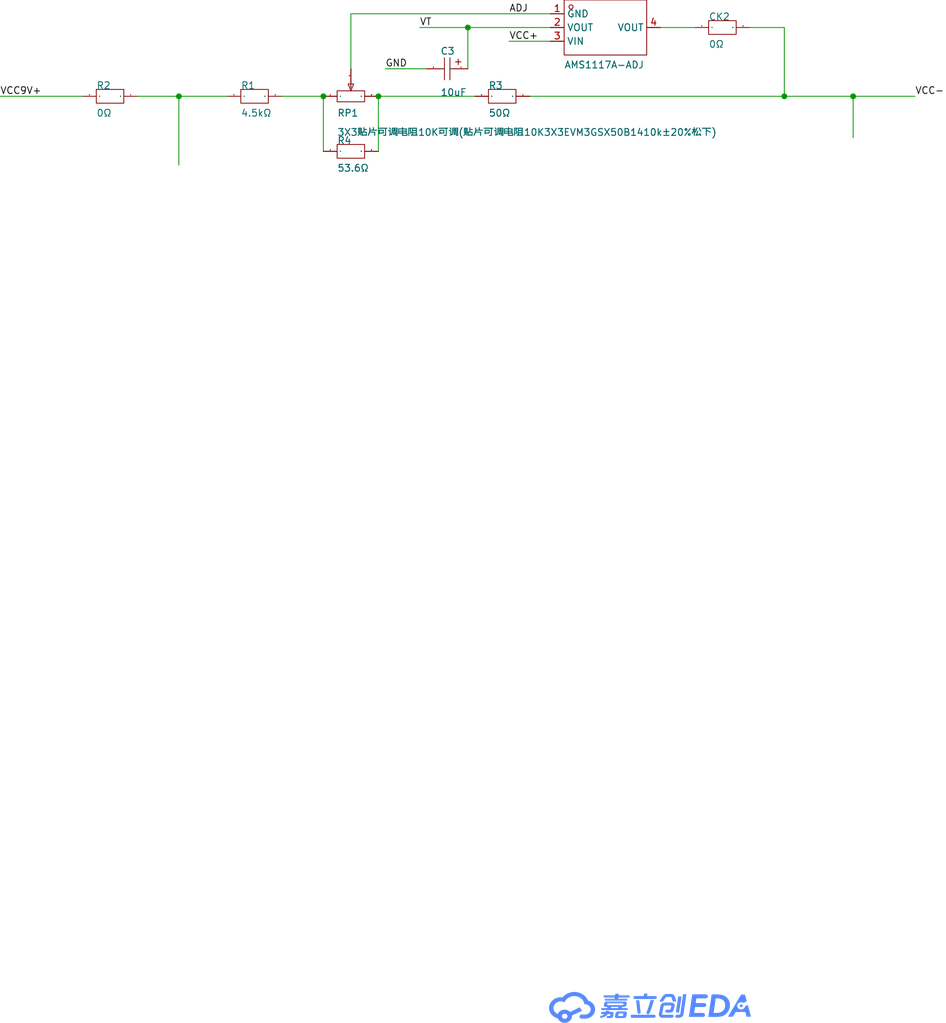
<source format=kicad_sch>
(kicad_sch
	(version 20231120)
	(generator "eeschema")
	(generator_version "8.0")
	(uuid "6ca78f27-3f88-4101-9278-9df2c4a9533d")
	(paper "User" 174.65 188.824)
	(lib_symbols
		(symbol "Signal-blo-easyedapro:0Ω"
			(exclude_from_sim no)
			(in_bom yes)
			(on_board yes)
			(property "Reference" "U"
				(at 0 0 0)
				(effects
					(font
						(size 1.27 1.27)
					)
				)
			)
			(property "Value" ""
				(at 0 0 0)
				(effects
					(font
						(size 1.27 1.27)
					)
				)
			)
			(property "Footprint" "Signal-blo-easyedapro:R0603"
				(at 0 0 0)
				(effects
					(font
						(size 1.27 1.27)
					)
					(hide yes)
				)
			)
			(property "Datasheet" ""
				(at 0 0 0)
				(effects
					(font
						(size 1.27 1.27)
					)
					(hide yes)
				)
			)
			(property "Description" ""
				(at 0 0 0)
				(effects
					(font
						(size 1.27 1.27)
					)
					(hide yes)
				)
			)
			(property "Manufacturer Part" "0Ω"
				(at 0 0 0)
				(effects
					(font
						(size 1.27 1.27)
					)
					(hide yes)
				)
			)
			(property "Supplier Part" "C9900083234"
				(at 0 0 0)
				(effects
					(font
						(size 1.27 1.27)
					)
					(hide yes)
				)
			)
			(property "Supplier" "LCSC"
				(at 0 0 0)
				(effects
					(font
						(size 1.27 1.27)
					)
					(hide yes)
				)
			)
			(property "LCSC Part Name" "0Ω"
				(at 0 0 0)
				(effects
					(font
						(size 1.27 1.27)
					)
					(hide yes)
				)
			)
			(symbol "0Ω_1_0"
				(rectangle
					(start -2.54 -1.27)
					(end 2.54 1.27)
					(stroke
						(width 0)
						(type default)
					)
					(fill
						(type none)
					)
				)
				(pin unspecified line
					(at -5.08 0 0)
					(length 2.54)
					(name "1"
						(effects
							(font
								(size 0.0254 0.0254)
							)
						)
					)
					(number "1"
						(effects
							(font
								(size 0.0254 0.0254)
							)
						)
					)
				)
				(pin unspecified line
					(at 5.08 0 180)
					(length 2.54)
					(name "2"
						(effects
							(font
								(size 0.0254 0.0254)
							)
						)
					)
					(number "2"
						(effects
							(font
								(size 0.0254 0.0254)
							)
						)
					)
				)
			)
		)
		(symbol "Signal-blo-easyedapro:3X3贴片可调电阻10K可调(贴片可调电阻10K3X3EVM3GSX50B1410K±20%松下)"
			(exclude_from_sim no)
			(in_bom yes)
			(on_board yes)
			(property "Reference" "RP"
				(at 0 0 0)
				(effects
					(font
						(size 1.27 1.27)
					)
				)
			)
			(property "Value" ""
				(at 0 0 0)
				(effects
					(font
						(size 1.27 1.27)
					)
				)
			)
			(property "Footprint" "Signal-blo-easyedapro:RES-ADJ-SMD_3P-L3.0-W3.8-P1.75-BR"
				(at 0 0 0)
				(effects
					(font
						(size 1.27 1.27)
					)
					(hide yes)
				)
			)
			(property "Datasheet" ""
				(at 0 0 0)
				(effects
					(font
						(size 1.27 1.27)
					)
					(hide yes)
				)
			)
			(property "Description" ""
				(at 0 0 0)
				(effects
					(font
						(size 1.27 1.27)
					)
					(hide yes)
				)
			)
			(property "Manufacturer Part" "3X3贴片可调电阻10K可调(贴片可调电阻10K3X3EVM3GSX50B1410k±20%松下)"
				(at 0 0 0)
				(effects
					(font
						(size 1.27 1.27)
					)
					(hide yes)
				)
			)
			(property "Supplier Part" "C9900002171"
				(at 0 0 0)
				(effects
					(font
						(size 1.27 1.27)
					)
					(hide yes)
				)
			)
			(property "Supplier" "LCSC"
				(at 0 0 0)
				(effects
					(font
						(size 1.27 1.27)
					)
					(hide yes)
				)
			)
			(property "LCSC Part Name" "3X3贴片可调电阻10K可调(贴片可调电阻10K3X3EVM3GSX50B1410k±20%松下)"
				(at 0 0 0)
				(effects
					(font
						(size 1.27 1.27)
					)
					(hide yes)
				)
			)
			(symbol "3X3贴片可调电阻10K可调(贴片可调电阻10K3X3EVM3GSX50B1410K±20%松下)_1_0"
				(polyline
					(pts
						(xy 0 -1.016) (xy 0 0.254)
					)
					(stroke
						(width 0)
						(type default)
					)
					(fill
						(type none)
					)
				)
				(polyline
					(pts
						(xy 0 -1.524) (xy -0.508 -0.254) (xy -0.508 -0.254) (xy 0.508 -0.254) (xy 0.508 -0.254) (xy 0 -1.524)
					)
					(stroke
						(width 0)
						(type default)
					)
					(fill
						(type none)
					)
				)
				(polyline
					(pts
						(xy 2.54 -1.524) (xy -2.54 -1.524) (xy -2.54 -1.524) (xy -2.54 -3.556) (xy -2.54 -3.556) (xy 2.54 -3.556)
						(xy 2.54 -3.556) (xy 2.54 -1.524)
					)
					(stroke
						(width 0)
						(type default)
					)
					(fill
						(type none)
					)
				)
				(pin input line
					(at -5.08 -2.54 0)
					(length 2.54)
					(name "1"
						(effects
							(font
								(size 0.0254 0.0254)
							)
						)
					)
					(number "1"
						(effects
							(font
								(size 0.0254 0.0254)
							)
						)
					)
				)
				(pin input line
					(at 0 2.54 270)
					(length 2.54)
					(name "2"
						(effects
							(font
								(size 0.0254 0.0254)
							)
						)
					)
					(number "2"
						(effects
							(font
								(size 0.0254 0.0254)
							)
						)
					)
				)
				(pin input line
					(at 5.08 -2.54 180)
					(length 2.54)
					(name "3"
						(effects
							(font
								(size 0.0254 0.0254)
							)
						)
					)
					(number "3"
						(effects
							(font
								(size 0.0254 0.0254)
							)
						)
					)
				)
			)
		)
		(symbol "Signal-blo-easyedapro:AMS1117A-ADJ"
			(exclude_from_sim no)
			(in_bom yes)
			(on_board yes)
			(property "Reference" "U"
				(at 0 0 0)
				(effects
					(font
						(size 1.27 1.27)
					)
				)
			)
			(property "Value" ""
				(at 0 0 0)
				(effects
					(font
						(size 1.27 1.27)
					)
				)
			)
			(property "Footprint" "Signal-blo-easyedapro:SOT-223_L6.3-W3.5-P2.30-LS7.0-BR"
				(at 0 0 0)
				(effects
					(font
						(size 1.27 1.27)
					)
					(hide yes)
				)
			)
			(property "Datasheet" "https://atta.szlcsc.com/upload/public/pdf/source/20220408/BD3226BAC8A4B812F5CB2AD559ECEC03.pdf"
				(at 0 0 0)
				(effects
					(font
						(size 1.27 1.27)
					)
					(hide yes)
				)
			)
			(property "Description" ""
				(at 0 0 0)
				(effects
					(font
						(size 1.27 1.27)
					)
					(hide yes)
				)
			)
			(property "Manufacturer Part" "AMS1117A-ADJ"
				(at 0 0 0)
				(effects
					(font
						(size 1.27 1.27)
					)
					(hide yes)
				)
			)
			(property "Manufacturer" "HX(恒佳兴)"
				(at 0 0 0)
				(effects
					(font
						(size 1.27 1.27)
					)
					(hide yes)
				)
			)
			(property "Supplier Part" "C2984864"
				(at 0 0 0)
				(effects
					(font
						(size 1.27 1.27)
					)
					(hide yes)
				)
			)
			(property "Supplier" "LCSC"
				(at 0 0 0)
				(effects
					(font
						(size 1.27 1.27)
					)
					(hide yes)
				)
			)
			(property "LCSC Part Name" "AMS1117A-ADJ"
				(at 0 0 0)
				(effects
					(font
						(size 1.27 1.27)
					)
					(hide yes)
				)
			)
			(symbol "AMS1117A-ADJ_1_0"
				(rectangle
					(start -7.62 -5.08)
					(end 7.62 5.08)
					(stroke
						(width 0)
						(type default)
					)
					(fill
						(type none)
					)
				)
				(circle
					(center -6.35 3.81)
					(radius 0.381)
					(stroke
						(width 0)
						(type default)
					)
					(fill
						(type none)
					)
				)
				(pin unspecified line
					(at -10.16 2.54 0)
					(length 2.54)
					(name "GND"
						(effects
							(font
								(size 1.27 1.27)
							)
						)
					)
					(number "1"
						(effects
							(font
								(size 1.27 1.27)
							)
						)
					)
				)
				(pin unspecified line
					(at -10.16 0 0)
					(length 2.54)
					(name "VOUT"
						(effects
							(font
								(size 1.27 1.27)
							)
						)
					)
					(number "2"
						(effects
							(font
								(size 1.27 1.27)
							)
						)
					)
				)
				(pin unspecified line
					(at -10.16 -2.54 0)
					(length 2.54)
					(name "VIN"
						(effects
							(font
								(size 1.27 1.27)
							)
						)
					)
					(number "3"
						(effects
							(font
								(size 1.27 1.27)
							)
						)
					)
				)
				(pin unspecified line
					(at 10.16 0 180)
					(length 2.54)
					(name "VOUT"
						(effects
							(font
								(size 1.27 1.27)
							)
						)
					)
					(number "4"
						(effects
							(font
								(size 1.27 1.27)
							)
						)
					)
				)
			)
		)
		(symbol "Signal-blo-easyedapro:AR05ATB0500"
			(exclude_from_sim no)
			(in_bom yes)
			(on_board yes)
			(property "Reference" "R"
				(at 0 0 0)
				(effects
					(font
						(size 1.27 1.27)
					)
				)
			)
			(property "Value" "50Ω"
				(at 0 0 0)
				(effects
					(font
						(size 1.27 1.27)
					)
					(hide yes)
				)
			)
			(property "Footprint" "Signal-blo-easyedapro:R0805"
				(at 0 0 0)
				(effects
					(font
						(size 1.27 1.27)
					)
					(hide yes)
				)
			)
			(property "Datasheet" "https://atta.szlcsc.com/upload/public/pdf/source/20191129/C465721_10D49275DB41E427863CE9C8D788770A.pdf"
				(at 0 0 0)
				(effects
					(font
						(size 1.27 1.27)
					)
					(hide yes)
				)
			)
			(property "Description" "阻值:50Ω;精度:±0.05%;温度系数:±10ppm/°C;"
				(at 0 0 0)
				(effects
					(font
						(size 1.27 1.27)
					)
					(hide yes)
				)
			)
			(property "Manufacturer Part" "AR05ATB0500"
				(at 0 0 0)
				(effects
					(font
						(size 1.27 1.27)
					)
					(hide yes)
				)
			)
			(property "Manufacturer" "Viking(光颉)"
				(at 0 0 0)
				(effects
					(font
						(size 1.27 1.27)
					)
					(hide yes)
				)
			)
			(property "Supplier Part" "C3015189"
				(at 0 0 0)
				(effects
					(font
						(size 1.27 1.27)
					)
					(hide yes)
				)
			)
			(property "Supplier" "LCSC"
				(at 0 0 0)
				(effects
					(font
						(size 1.27 1.27)
					)
					(hide yes)
				)
			)
			(property "LCSC Part Name" "50Ω ±0.05%"
				(at 0 0 0)
				(effects
					(font
						(size 1.27 1.27)
					)
					(hide yes)
				)
			)
			(symbol "AR05ATB0500_1_0"
				(rectangle
					(start -2.54 1.27)
					(end 2.54 -1.27)
					(stroke
						(width 0)
						(type default)
					)
					(fill
						(type none)
					)
				)
				(pin unspecified line
					(at -5.08 0 0)
					(length 2.54)
					(name "1"
						(effects
							(font
								(size 0.0254 0.0254)
							)
						)
					)
					(number "1"
						(effects
							(font
								(size 0.0254 0.0254)
							)
						)
					)
				)
				(pin unspecified line
					(at 5.08 0 180)
					(length 2.54)
					(name "2"
						(effects
							(font
								(size 0.0254 0.0254)
							)
						)
					)
					(number "2"
						(effects
							(font
								(size 0.0254 0.0254)
							)
						)
					)
				)
			)
		)
		(symbol "Signal-blo-easyedapro:Drawing-Symbol_A4"
			(exclude_from_sim no)
			(in_bom yes)
			(on_board yes)
			(property "Reference" ""
				(at 0 0 0)
				(effects
					(font
						(size 1.27 1.27)
					)
				)
			)
			(property "Value" ""
				(at 0 0 0)
				(effects
					(font
						(size 1.27 1.27)
					)
				)
			)
			(property "Footprint" "Signal-blo-easyedapro:"
				(at 0 0 0)
				(effects
					(font
						(size 1.27 1.27)
					)
					(hide yes)
				)
			)
			(property "Datasheet" ""
				(at 0 0 0)
				(effects
					(font
						(size 1.27 1.27)
					)
					(hide yes)
				)
			)
			(property "Description" ""
				(at 0 0 0)
				(effects
					(font
						(size 1.27 1.27)
					)
					(hide yes)
				)
			)
			(symbol "Drawing-Symbol_A4_0_0"
				(polyline
					(pts
						(xy 146.9783 10.146) (xy 146.976 10.1327) (xy 146.973 10.1197) (xy 146.9695 10.1069) (xy 146.9653 10.0944)
						(xy 146.9605 10.082) (xy 146.9552 10.07) (xy 146.9493 10.0583) (xy 146.9428 10.0468) (xy 146.9358 10.0356)
						(xy 146.9283 10.0248) (xy 146.9203 10.0143) (xy 146.9118 10.0042) (xy 146.9029 9.9944) (xy 146.8935 9.985)
						(xy 146.8836 9.976) (xy 146.8733 9.9673) (xy 146.8627 9.9591) (xy 146.8516 9.9514) (xy 146.8402 9.9441)
						(xy 146.8284 9.9372) (xy 146.8163 9.9308) (xy 146.8038 9.9249) (xy 146.7911 9.9195) (xy 146.778 9.9146)
						(xy 146.7647 9.9102) (xy 146.7511 9.9064) (xy 146.7373 9.9031) (xy 146.7233 9.9004) (xy 146.709 9.8983)
						(xy 146.6945 9.8967) (xy 146.6799 9.8958) (xy 146.6651 9.8955) (xy 146.6547 9.8955) (xy 146.6398 9.8959)
						(xy 146.625 9.897) (xy 146.6102 9.899) (xy 146.5956 9.9016) (xy 146.5811 9.905) (xy 146.5668 9.9091)
						(xy 146.5528 9.9138) (xy 146.5391 9.9192) (xy 146.5256 9.9252) (xy 146.5125 9.9318) (xy 146.4999 9.939)
						(xy 146.4876 9.9467) (xy 146.4758 9.955) (xy 146.4646 9.9638) (xy 146.4539 9.973) (xy 146.4438 9.9828)
						(xy 146.434 9.9933) (xy 146.4249 10.0043) (xy 146.4166 10.0158) (xy 146.4089 10.0275) (xy 146.402 10.0397)
						(xy 146.3958 10.0521) (xy 146.3904 10.0648) (xy 146.3856 10.0777) (xy 146.3816 10.0907) (xy 146.3782 10.1039)
						(xy 146.3756 10.1173) (xy 146.3736 10.1306) (xy 146.3724 10.144) (xy 146.3718 10.1574) (xy 146.372 10.1707)
						(xy 146.3728 10.1839) (xy 146.7925 12.8714) (xy 147.4021 12.8714) (xy 146.9783 10.146)
					)
					(stroke
						(width -0.0001)
						(type solid)
					)
					(fill
						(type color)
						(color 85 136 255 1)
					)
				)
				(polyline
					(pts
						(xy 142.3185 12.2147) (xy 142.3164 12.209) (xy 142.2175 11.9012) (xy 142.1192 11.5812) (xy 141.9194 10.9313)
						(xy 141.8159 10.6145) (xy 141.7083 10.3119) (xy 141.5958 10.0302) (xy 141.5373 9.8992) (xy 141.4771 9.7759)
						(xy 141.4663 9.7575) (xy 141.4542 9.7399) (xy 141.4409 9.7233) (xy 141.4266 9.7077) (xy 141.4112 9.693)
						(xy 141.3948 9.6794) (xy 141.3775 9.667) (xy 141.3594 9.6556) (xy 141.3405 9.6454) (xy 141.321 9.6365)
						(xy 141.3008 9.6288) (xy 141.2801 9.6224) (xy 141.2589 9.6174) (xy 141.2373 9.6137) (xy 141.2154 9.6115)
						(xy 141.1932 9.6108) (xy 141.1838 9.6109) (xy 141.1744 9.6115) (xy 141.165 9.6123) (xy 141.1556 9.6134)
						(xy 141.1462 9.6148) (xy 141.1368 9.6164) (xy 141.1274 9.6182) (xy 141.118 9.6203) (xy 141.0867 9.6279)
						(xy 141.0732 9.6328) (xy 141.0602 9.6382) (xy 141.0476 9.6442) (xy 141.0355 9.6508) (xy 141.0239 9.6578)
						(xy 141.0127 9.6653) (xy 141.0021 9.6733) (xy 140.992 9.6817) (xy 140.9823 9.6905) (xy 140.9732 9.6998)
						(xy 140.9647 9.7094) (xy 140.9566 9.7194) (xy 140.9492 9.7297) (xy 140.9422 9.7404) (xy 140.9359 9.7514)
						(xy 140.9301 9.7626) (xy 140.9242 9.7755) (xy 140.9192 9.7886) (xy 140.9148 9.8019) (xy 140.9113 9.8153)
						(xy 140.9086 9.8289) (xy 140.9066 9.8425) (xy 140.9055 9.8561) (xy 140.9051 9.8698) (xy 140.9055 9.8835)
						(xy 140.9066 9.8972) (xy 140.9086 9.9108) (xy 140.9113 9.9243) (xy 140.9148 9.9378) (xy 140.9192 9.951)
						(xy 140.9242 9.9642) (xy 140.9301 9.9771) (xy 140.9842 10.088) (xy 141.0368 10.2068) (xy 141.1382 10.4644)
						(xy 141.2355 10.7434) (xy 141.3297 11.0373) (xy 141.5129 11.6433) (xy 141.604 11.9423) (xy 141.6963 12.2299)
						(xy 142.3226 12.2299) (xy 142.3185 12.2147)
					)
					(stroke
						(width -0.0001)
						(type solid)
					)
					(fill
						(type color)
						(color 85 136 255 1)
					)
				)
				(polyline
					(pts
						(xy 139.8445 9.9733) (xy 139.8455 9.9609) (xy 139.8459 9.9485) (xy 139.8456 9.9362) (xy 139.8447 9.9241)
						(xy 139.8432 9.912) (xy 139.841 9.9001) (xy 139.8383 9.8883) (xy 139.835 9.8766) (xy 139.8311 9.8652)
						(xy 139.8266 9.8539) (xy 139.8216 9.8428) (xy 139.816 9.8319) (xy 139.8099 9.8213) (xy 139.8033 9.8109)
						(xy 139.7962 9.8007) (xy 139.7886 9.7908) (xy 139.7806 9.7812) (xy 139.7721 9.7719) (xy 139.7631 9.763)
						(xy 139.7536 9.7543) (xy 139.7438 9.746) (xy 139.7335 9.738) (xy 139.7229 9.7304) (xy 139.7118 9.7232)
						(xy 139.7004 9.7164) (xy 139.6885 9.71) (xy 139.6764 9.704) (xy 139.6639 9.6985) (xy 139.651 9.6934)
						(xy 139.6379 9.6888) (xy 139.6244 9.6846) (xy 139.6107 9.681) (xy 139.6044 9.6791) (xy 139.5966 9.6778)
						(xy 139.5888 9.6766) (xy 139.5809 9.6756) (xy 139.5731 9.6748) (xy 139.5653 9.6742) (xy 139.5574 9.6738)
						(xy 139.5496 9.6735) (xy 139.5418 9.6734) (xy 139.5287 9.6736) (xy 139.5159 9.6744) (xy 139.5032 9.6756)
						(xy 139.4907 9.6772) (xy 139.4784 9.6794) (xy 139.4664 9.6819) (xy 139.4546 9.6849) (xy 139.443 9.6884)
						(xy 139.4316 9.6922) (xy 139.4206 9.6965) (xy 139.4098 9.7012) (xy 139.3993 9.7063) (xy 139.3891 9.7118)
						(xy 139.3792 9.7177) (xy 139.3696 9.724) (xy 139.3604 9.7306) (xy 139.3515 9.7376) (xy 139.343 9.7449)
						(xy 139.3349 9.7526) (xy 139.3271 9.7606) (xy 139.3197 9.769) (xy 139.3128 9.7776) (xy 139.3063 9.7866)
						(xy 139.3002 9.7959) (xy 139.2945 9.8055) (xy 139.2893 9.8154) (xy 139.2846 9.8255) (xy 139.2803 9.836)
						(xy 139.2765 9.8467) (xy 139.2733 9.8576) (xy 139.2705 9.8688) (xy 139.2683 9.8803) (xy 139.2683 9.8898)
						(xy 139.0011 12.1844) (xy 139.0011 12.1863) (xy 139.5919 12.1863) (xy 139.8445 9.9733)
					)
					(stroke
						(width -0.0001)
						(type solid)
					)
					(fill
						(type color)
						(color 85 136 255 1)
					)
				)
				(polyline
					(pts
						(xy 142.3562 9.5079) (xy 142.3709 9.5068) (xy 142.3853 9.505) (xy 142.3996 9.5024) (xy 142.4136 9.4992)
						(xy 142.4275 9.4953) (xy 142.4411 9.4907) (xy 142.4544 9.4855) (xy 142.4675 9.4797) (xy 142.4803 9.4733)
						(xy 142.4928 9.4662) (xy 142.5049 9.4586) (xy 142.5168 9.4505) (xy 142.5283 9.4418) (xy 142.5394 9.4326)
						(xy 142.5502 9.4229) (xy 142.5597 9.4123) (xy 142.5685 9.4014) (xy 142.5766 9.39) (xy 142.5841 9.3783)
						(xy 142.5909 9.3662) (xy 142.597 9.3538) (xy 142.6024 9.3412) (xy 142.6071 9.3282) (xy 142.611 9.315)
						(xy 142.6142 9.3016) (xy 142.6166 9.288) (xy 142.6183 9.2742) (xy 142.6192 9.2603) (xy 142.6193 9.2462)
						(xy 142.6185 9.2321) (xy 142.617 9.2179) (xy 142.6149 9.2046) (xy 142.6126 9.1915) (xy 142.6097 9.1787)
						(xy 142.6061 9.166) (xy 142.6019 9.1535) (xy 142.5971 9.1413) (xy 142.5917 9.1293) (xy 142.5858 9.1176)
						(xy 142.5793 9.1062) (xy 142.5722 9.0951) (xy 142.5647 9.0843) (xy 142.5567 9.0738) (xy 142.5482 9.0636)
						(xy 142.5392 9.0538) (xy 142.5298 9.0444) (xy 142.52 9.0353) (xy 142.5097 9.0267) (xy 142.4991 9.0184)
						(xy 142.4882 9.0106) (xy 142.4768 9.0032) (xy 142.4652 8.9963) (xy 142.4532 8.9899) (xy 142.4409 8.9839)
						(xy 142.4284 8.9784) (xy 142.4156 8.9735) (xy 142.4025 8.9691) (xy 142.3892 8.9652) (xy 142.3758 8.9618)
						(xy 142.3621 8.9591) (xy 142.3483 8.9569) (xy 142.3343 8.9554) (xy 142.3202 8.9544) (xy 142.3059 8.9541)
						(xy 138.1576 8.9541) (xy 138.1502 8.9543) (xy 138.143 8.9548) (xy 138.1358 8.9556) (xy 138.1288 8.9567)
						(xy 138.122 8.9582) (xy 138.1152 8.96) (xy 138.1087 8.962) (xy 138.1023 8.9643) (xy 138.0961 8.9669)
						(xy 138.09 8.9698) (xy 138.0842 8.9729) (xy 138.0785 8.9763) (xy 138.073 8.9799) (xy 138.0678 8.9837)
						(xy 138.0627 8.9878) (xy 138.0579 8.992) (xy 138.0533 8.9965) (xy 138.049 9.0012) (xy 138.0449 9.006)
						(xy 138.0411 9.011) (xy 138.0375 9.0162) (xy 138.0342 9.0215) (xy 138.0312 9.0269) (xy 138.0284 9.0326)
						(xy 138.026 9.0383) (xy 138.0238 9.0441) (xy 138.022 9.0501) (xy 138.0205 9.0562) (xy 138.0193 9.0623)
						(xy 138.0184 9.0686) (xy 138.0179 9.0749) (xy 138.0177 9.0812) (xy 138.0177 9.0831) (xy 138.0156 9.0831)
						(xy 138.0595 9.5083) (xy 142.3414 9.5083) (xy 142.3562 9.5079)
					)
					(stroke
						(width -0.0001)
						(type solid)
					)
					(fill
						(type color)
						(color 85 136 255 1)
					)
				)
				(polyline
					(pts
						(xy 159.4399 12.0041) (xy 158.8178 11.6928) (xy 158.7955 11.7067) (xy 158.7727 11.7197) (xy 158.7492 11.732)
						(xy 158.7252 11.7435) (xy 158.7007 11.7542) (xy 158.6757 11.764) (xy 158.6501 11.773) (xy 158.6241 11.7811)
						(xy 158.5977 11.7883) (xy 158.5708 11.7946) (xy 158.5436 11.7999) (xy 158.5159 11.8044) (xy 158.488 11.8078)
						(xy 158.4597 11.8103) (xy 158.4311 11.8119) (xy 158.4023 11.8124) (xy 158.3649 11.8115) (xy 158.3281 11.809)
						(xy 158.2917 11.8048) (xy 158.256 11.7989) (xy 158.2209 11.7916) (xy 158.1864 11.7826) (xy 158.1527 11.7723)
						(xy 158.1197 11.7604) (xy 158.0875 11.7472) (xy 158.0562 11.7326) (xy 158.0257 11.7167) (xy 157.9963 11.6995)
						(xy 157.9678 11.681) (xy 157.9403 11.6614) (xy 157.914 11.6407) (xy 157.8887 11.6188) (xy 157.8647 11.5958)
						(xy 157.8418 11.5719) (xy 157.8202 11.5469) (xy 157.8 11.521) (xy 157.781 11.4942) (xy 157.7635 11.4666)
						(xy 157.7475 11.4381) (xy 157.7329 11.4088) (xy 157.7199 11.3788) (xy 157.7085 11.3482) (xy 157.6987 11.3168)
						(xy 157.6905 11.2849) (xy 157.6842 11.2524) (xy 157.6795 11.2194) (xy 157.6767 11.1858) (xy 157.6758 11.1519)
						(xy 157.6767 11.1179) (xy 157.6795 11.0844) (xy 157.6842 11.0514) (xy 157.6905 11.0189) (xy 157.6987 10.987)
						(xy 157.7085 10.9556) (xy 157.7199 10.9249) (xy 157.7329 10.895) (xy 157.7475 10.8657) (xy 157.7635 10.8372)
						(xy 157.781 10.8096) (xy 157.8 10.7828) (xy 157.8202 10.7569) (xy 157.8418 10.7319) (xy 157.8647 10.7079)
						(xy 157.8887 10.685) (xy 157.914 10.6631) (xy 157.9403 10.6424) (xy 157.9678 10.6227) (xy 157.9963 10.6043)
						(xy 158.0257 10.5871) (xy 158.0562 10.5712) (xy 158.0875 10.5566) (xy 158.1197 10.5434) (xy 158.1527 10.5315)
						(xy 158.1864 10.5211) (xy 158.2209 10.5122) (xy 158.256 10.5048) (xy 158.2917 10.499) (xy 158.3281 10.4948)
						(xy 158.3649 10.4923) (xy 158.4023 10.4914) (xy 158.4371 10.4922) (xy 158.4715 10.4944) (xy 158.5055 10.4981)
						(xy 158.5389 10.5031) (xy 158.5718 10.5096) (xy 158.6042 10.5174) (xy 158.6359 10.5265) (xy 158.6669 10.5369)
						(xy 158.6973 10.5485) (xy 158.727 10.5613) (xy 158.7559 10.5753) (xy 158.7841 10.5904) (xy 158.8114 10.6066)
						(xy 158.8378 10.6239) (xy 158.8634 10.6422) (xy 158.888 10.6615) (xy 158.9116 10.6818) (xy 158.9342 10.703)
						(xy 158.9558 10.7251) (xy 158.9763 10.748) (xy 158.9957 10.7718) (xy 159.0139 10.7964) (xy 159.0309 10.8217)
						(xy 159.0467 10.8477) (xy 159.0613 10.8744) (xy 159.0745 10.9018) (xy 159.0864 10.9298) (xy 159.097 10.9584)
						(xy 159.1061 10.9875) (xy 159.1138 11.0172) (xy 159.12 11.0473) (xy 159.1247 11.0779) (xy 159.6257 11.3284)
						(xy 160.2249 9.1534) (xy 159.4065 9.1534) (xy 159.1685 10.0207) (xy 157.3877 10.0207) (xy 156.8783 9.1534)
						(xy 155.9701 9.1534) (xy 158.394 13.232) (xy 159.1038 13.232) (xy 159.4399 12.0041)
					)
					(stroke
						(width -0.0001)
						(type solid)
					)
					(fill
						(type color)
						(color 85 136 255 1)
					)
				)
				(polyline
					(pts
						(xy 158.4338 11.4201) (xy 158.4481 11.419) (xy 158.4622 11.4172) (xy 158.476 11.4148) (xy 158.4896 11.4118)
						(xy 158.5029 11.4082) (xy 158.516 11.4041) (xy 158.5287 11.3994) (xy 158.5412 11.3941) (xy 158.5532 11.3883)
						(xy 158.565 11.3821) (xy 158.5763 11.3753) (xy 158.5873 11.368) (xy 158.5979 11.3603) (xy 158.608 11.3522)
						(xy 158.6177 11.3436) (xy 158.6269 11.3346) (xy 158.6357 11.3252) (xy 158.6439 11.3155) (xy 158.6516 11.3053)
						(xy 158.6589 11.2949) (xy 158.6655 11.2841) (xy 158.6716 11.273) (xy 158.6771 11.2616) (xy 158.682 11.2499)
						(xy 158.6863 11.2379) (xy 158.69 11.2258) (xy 158.693 11.2133) (xy 158.6953 11.2007) (xy 158.6969 11.1878)
						(xy 158.6979 11.1748) (xy 158.6981 11.1616) (xy 158.6976 11.1485) (xy 158.6963 11.1355) (xy 158.6944 11.1227)
						(xy 158.6918 11.1101) (xy 158.6885 11.0977) (xy 158.6845 11.0856) (xy 158.68 11.0737) (xy 158.6748 11.0621)
						(xy 158.669 11.0508) (xy 158.6627 11.0398) (xy 158.6557 11.0292) (xy 158.6483 11.0189) (xy 158.6403 11.0089)
						(xy 158.6318 10.9993) (xy 158.6229 10.9901) (xy 158.6134 10.9813) (xy 158.6035 10.9729) (xy 158.5932 10.9649)
						(xy 158.5825 10.9574) (xy 158.5714 10.9504) (xy 158.5598 10.9438) (xy 158.548 10.9378) (xy 158.5358 10.9322)
						(xy 158.5232 10.9272) (xy 158.5104 10.9228) (xy 158.4972 10.9189) (xy 158.4838 10.9156) (xy 158.4701 10.9128)
						(xy 158.4562 10.9107) (xy 158.4421 10.9092) (xy 158.4278 10.9084) (xy 158.4133 10.9082) (xy 158.3988 10.9086)
						(xy 158.3845 10.9098) (xy 158.3704 10.9115) (xy 158.3565 10.9139) (xy 158.3429 10.9169) (xy 158.3296 10.9205)
						(xy 158.3166 10.9247) (xy 158.3038 10.9294) (xy 158.2914 10.9346) (xy 158.2793 10.9404) (xy 158.2676 10.9467)
						(xy 158.2562 10.9534) (xy 158.2453 10.9607) (xy 158.2347 10.9684) (xy 158.2246 10.9766) (xy 158.2149 10.9851)
						(xy 158.2057 10.9941) (xy 158.1969 11.0035) (xy 158.1887 11.0133) (xy 158.1809 11.0234) (xy 158.1737 11.0338)
						(xy 158.1671 11.0446) (xy 158.161 11.0557) (xy 158.1554 11.0672) (xy 158.1505 11.0788) (xy 158.1462 11.0908)
						(xy 158.1426 11.103) (xy 158.1396 11.1154) (xy 158.1373 11.128) (xy 158.1356 11.1409) (xy 158.1347 11.1539)
						(xy 158.1345 11.1671) (xy 158.135 11.1803) (xy 158.1362 11.1933) (xy 158.1382 11.2061) (xy 158.1408 11.2187)
						(xy 158.1441 11.231) (xy 158.148 11.2432) (xy 158.1526 11.255) (xy 158.1578 11.2666) (xy 158.1636 11.2779)
						(xy 158.1699 11.2889) (xy 158.1768 11.2995) (xy 158.1843 11.3099) (xy 158.1922 11.3198) (xy 158.2007 11.3294)
						(xy 158.2097 11.3386) (xy 158.2191 11.3474) (xy 158.229 11.3558) (xy 158.2393 11.3638) (xy 158.2501 11.3713)
						(xy 158.2612 11.3783) (xy 158.2727 11.3849) (xy 158.2846 11.3909) (xy 158.2968 11.3965) (xy 158.3093 11.4015)
						(xy 158.3222 11.4059) (xy 158.3353 11.4099) (xy 158.3488 11.4132) (xy 158.3624 11.4159) (xy 158.3763 11.418)
						(xy 158.3905 11.4195) (xy 158.4048 11.4204) (xy 158.4193 11.4206) (xy 158.4338 11.4201)
					)
					(stroke
						(width -0.0001)
						(type solid)
					)
					(fill
						(type color)
						(color 85 136 255 1)
					)
				)
				(polyline
					(pts
						(xy 147.7653 9.6354) (xy 147.7561 9.5831) (xy 147.7432 9.532) (xy 147.7269 9.4824) (xy 147.7072 9.4344)
						(xy 147.6842 9.388) (xy 147.6581 9.3433) (xy 147.6288 9.3005) (xy 147.5965 9.2597) (xy 147.5613 9.2208)
						(xy 147.5233 9.1842) (xy 147.4825 9.1497) (xy 147.4392 9.1177) (xy 147.3933 9.088) (xy 147.3449 9.0609)
						(xy 147.2942 9.0365) (xy 147.2413 9.0148) (xy 147.2236 9.0073) (xy 147.2058 9.0002) (xy 147.1878 8.9937)
						(xy 147.1696 8.9877) (xy 147.1512 8.9822) (xy 147.1326 8.9773) (xy 147.1139 8.9728) (xy 147.0949 8.9688)
						(xy 147.0757 8.9653) (xy 147.0563 8.9623) (xy 147.0366 8.9598) (xy 147.0167 8.9577) (xy 146.9966 8.9561)
						(xy 146.9761 8.955) (xy 146.9554 8.9543) (xy 146.9344 8.9541) (xy 146.519 8.9541) (xy 146.5041 8.9545)
						(xy 146.4893 8.9557) (xy 146.4745 8.9576) (xy 146.4599 8.9603) (xy 146.4454 8.9636) (xy 146.4311 8.9677)
						(xy 146.4171 8.9724) (xy 146.4034 8.9778) (xy 146.3899 8.9838) (xy 146.3768 8.9904) (xy 146.3642 8.9976)
						(xy 146.3519 9.0053) (xy 146.3401 9.0136) (xy 146.3289 9.0224) (xy 146.3182 9.0317) (xy 146.3081 9.0414)
						(xy 146.2986 9.0519) (xy 146.2898 9.0628) (xy 146.2817 9.0741) (xy 146.2742 9.0857) (xy 146.2674 9.0976)
						(xy 146.2613 9.1098) (xy 146.2559 9.1223) (xy 146.2512 9.1351) (xy 146.2473 9.1481) (xy 146.2441 9.1614)
						(xy 146.2416 9.1748) (xy 146.24 9.1885) (xy 146.2391 9.2023) (xy 146.239 9.2162) (xy 146.2397 9.2303)
						(xy 146.2413 9.2445) (xy 146.2434 9.254) (xy 146.2457 9.267) (xy 146.2486 9.2799) (xy 146.2523 9.2926)
						(xy 146.2565 9.305) (xy 146.2613 9.3173) (xy 146.2668 9.3292) (xy 146.2728 9.3409) (xy 146.2794 9.3524)
						(xy 146.2865 9.3635) (xy 146.2941 9.3743) (xy 146.3023 9.3848) (xy 146.3109 9.3949) (xy 146.32 9.4047)
						(xy 146.3295 9.4142) (xy 146.3395 9.4232) (xy 146.3499 9.4319) (xy 146.3606 9.4401) (xy 146.3717 9.448)
						(xy 146.3832 9.4553) (xy 146.3951 9.4622) (xy 146.4072 9.4687) (xy 146.4197 9.4747) (xy 146.4324 9.4801)
						(xy 146.4454 9.4851) (xy 146.4586 9.4895) (xy 146.4721 9.4934) (xy 146.4857 9.4967) (xy 146.4996 9.4995)
						(xy 146.5136 9.5016) (xy 146.5278 9.5032) (xy 146.5421 9.5042) (xy 146.5565 9.5045) (xy 146.972 9.5045)
						(xy 146.9813 9.5047) (xy 146.9903 9.5052) (xy 146.9991 9.5061) (xy 147.0077 9.5074) (xy 147.0162 9.509)
						(xy 147.0244 9.511) (xy 147.0325 9.5134) (xy 147.0404 9.5161) (xy 147.0481 9.5192) (xy 147.0557 9.5227)
						(xy 147.0632 9.5266) (xy 147.0706 9.5309) (xy 147.0779 9.5356) (xy 147.0851 9.5406) (xy 147.0923 9.5461)
						(xy 147.0993 9.5519) (xy 147.1066 9.5591) (xy 147.1135 9.5665) (xy 147.1201 9.574) (xy 147.1263 9.5816)
						(xy 147.1321 9.5894) (xy 147.1376 9.5972) (xy 147.1427 9.6052) (xy 147.1474 9.6131) (xy 147.1517 9.6212)
						(xy 147.1556 9.6292) (xy 147.1591 9.6373) (xy 147.1622 9.6453) (xy 147.1649 9.6534) (xy 147.1671 9.6614)
						(xy 147.1689 9.6693) (xy 147.1703 9.6772) (xy 147.686 13.3098) (xy 148.2893 13.3098) (xy 147.7653 9.6354)
					)
					(stroke
						(width -0.0001)
						(type solid)
					)
					(fill
						(type color)
						(color 85 136 255 1)
					)
				)
				(polyline
					(pts
						(xy 141.0303 12.9587) (xy 142.5439 12.9587) (xy 142.5599 12.9584) (xy 142.5756 12.9573) (xy 142.5911 12.9555)
						(xy 142.6063 12.9531) (xy 142.6212 12.9499) (xy 142.6358 12.946) (xy 142.6501 12.9414) (xy 142.664 12.9362)
						(xy 142.6775 12.9302) (xy 142.6906 12.9236) (xy 142.7032 12.9163) (xy 142.7154 12.9083) (xy 142.7271 12.8996)
						(xy 142.7382 12.8902) (xy 142.7489 12.8802) (xy 142.759 12.8695) (xy 142.7684 12.859) (xy 142.7772 12.8481)
						(xy 142.7852 12.8368) (xy 142.7926 12.8252) (xy 142.7992 12.8133) (xy 142.8051 12.801) (xy 142.8103 12.7884)
						(xy 142.8148 12.7756) (xy 142.8185 12.7625) (xy 142.8216 12.7491) (xy 142.8238 12.7355) (xy 142.8253 12.7217)
						(xy 142.8261 12.7076) (xy 142.826 12.6934) (xy 142.8252 12.6791) (xy 142.8237 12.6645) (xy 142.8237 12.6607)
						(xy 142.8214 12.6477) (xy 142.8185 12.6348) (xy 142.8149 12.6222) (xy 142.8107 12.6098) (xy 142.806 12.5977)
						(xy 142.8006 12.5858) (xy 142.7947 12.5742) (xy 142.7883 12.5629) (xy 142.7813 12.552) (xy 142.7738 12.5413)
						(xy 142.7657 12.531) (xy 142.7573 12.521) (xy 142.7483 12.5113) (xy 142.7389 12.5021) (xy 142.729 12.4932)
						(xy 142.7188 12.4847) (xy 142.7081 12.4766) (xy 142.697 12.469) (xy 142.6856 12.4618) (xy 142.6738 12.4551)
						(xy 142.6617 12.4488) (xy 142.6493 12.443) (xy 142.6365 12.4376) (xy 142.6235 12.4328) (xy 142.6101 12.4285)
						(xy 142.5965 12.4248) (xy 142.5827 12.4215) (xy 142.5687 12.4189) (xy 142.5544 12.4168) (xy 142.54 12.4152)
						(xy 142.5253 12.4143) (xy 142.5105 12.414) (xy 138.6733 12.414) (xy 138.6733 12.4159) (xy 138.6661 12.4163)
						(xy 138.659 12.4169) (xy 138.652 12.4179) (xy 138.6452 12.4191) (xy 138.6385 12.4207) (xy 138.6319 12.4225)
						(xy 138.6254 12.4246) (xy 138.6192 12.427) (xy 138.613 12.4296) (xy 138.6071 12.4325) (xy 138.6013 12.4356)
						(xy 138.5957 12.439) (xy 138.5903 12.4426) (xy 138.5852 12.4464) (xy 138.5802 12.4504) (xy 138.5754 12.4546)
						(xy 138.5709 12.459) (xy 138.5666 12.4636) (xy 138.5625 12.4684) (xy 138.5587 12.4733) (xy 138.5552 12.4784)
						(xy 138.5519 12.4837) (xy 138.5489 12.4891) (xy 138.5462 12.4946) (xy 138.5437 12.5003) (xy 138.5416 12.5061)
						(xy 138.5398 12.512) (xy 138.5382 12.5181) (xy 138.5371 12.5242) (xy 138.5362 12.5304) (xy 138.5357 12.5367)
						(xy 138.5355 12.5431) (xy 138.5355 12.5499) (xy 138.5356 12.5531) (xy 138.5358 12.5561) (xy 138.536 12.5591)
						(xy 138.5362 12.5606) (xy 138.5364 12.562) (xy 138.5366 12.5635) (xy 138.5369 12.5649) (xy 138.5372 12.5663)
						(xy 138.5376 12.5677) (xy 138.5772 12.9568) (xy 140.4228 12.9587) (xy 140.4917 13.325) (xy 140.4926 13.331)
						(xy 140.4938 13.3369) (xy 140.4953 13.3427) (xy 140.4971 13.3484) (xy 140.4991 13.3539) (xy 140.5014 13.3593)
						(xy 140.5039 13.3646) (xy 140.5067 13.3697) (xy 140.5097 13.3747) (xy 140.513 13.3796) (xy 140.5165 13.3843)
						(xy 140.5201 13.3888) (xy 140.524 13.3932) (xy 140.5281 13.3974) (xy 140.5324 13.4014) (xy 140.5368 13.4052)
						(xy 140.5415 13.4089) (xy 140.5463 13.4123) (xy 140.5513 13.4155) (xy 140.5564 13.4186) (xy 140.5617 13.4214)
						(xy 140.5671 13.424) (xy 140.5726 13.4264) (xy 140.5783 13.4286) (xy 140.5841 13.4305) (xy 140.59 13.4322)
						(xy 140.596 13.4336) (xy 140.6021 13.4348) (xy 140.6083 13.4358) (xy 140.6146 13.4365) (xy 140.621 13.4369)
						(xy 140.6274 13.437) (xy 141.1097 13.437) (xy 141.0303 12.9587)
					)
					(stroke
						(width -0.0001)
						(type solid)
					)
					(fill
						(type color)
						(color 85 136 255 1)
					)
				)
				(polyline
					(pts
						(xy 133.9675 10.0549) (xy 134.4623 10.0549) (xy 134.4906 10.0545) (xy 134.5177 10.0533) (xy 134.5438 10.0514)
						(xy 134.5687 10.0486) (xy 134.5926 10.0451) (xy 134.6154 10.0408) (xy 134.6372 10.0357) (xy 134.6578 10.0297)
						(xy 134.6774 10.023) (xy 134.6959 10.0155) (xy 134.7134 10.0072) (xy 134.7298 9.998) (xy 134.7451 9.9881)
						(xy 134.7593 9.9773) (xy 134.7725 9.9657) (xy 134.7846 9.9533) (xy 134.7957 9.9401) (xy 134.8057 9.9261)
						(xy 134.8147 9.9112) (xy 134.8226 9.8955) (xy 134.8294 9.8789) (xy 134.8352 9.8616) (xy 134.84 9.8433)
						(xy 134.8437 9.8243) (xy 134.8464 9.8044) (xy 134.848 9.7836) (xy 134.8486 9.762) (xy 134.8482 9.7396)
						(xy 134.8467 9.7162) (xy 134.8442 9.6921) (xy 134.8406 9.667) (xy 134.836 9.6411) (xy 134.7692 9.2881)
						(xy 134.7663 9.2625) (xy 134.7626 9.2379) (xy 134.758 9.2143) (xy 134.7527 9.1918) (xy 134.7465 9.1702)
						(xy 134.7394 9.1496) (xy 134.7315 9.1299) (xy 134.7228 9.1112) (xy 134.7131 9.0934) (xy 134.7026 9.0765)
						(xy 134.6912 9.0605) (xy 134.6788 9.0454) (xy 134.6655 9.0311) (xy 134.6513 9.0177) (xy 134.6361 9.0051)
						(xy 134.62 8.9932) (xy 134.6028 8.9822) (xy 134.5847 8.9719) (xy 134.5656 8.9624) (xy 134.5455 8.9536)
						(xy 134.5243 8.9455) (xy 134.5021 8.9381) (xy 134.4788 8.9314) (xy 134.4545 8.9254) (xy 134.4291 8.92)
						(xy 134.4026 8.9153) (xy 134.3463 8.9076) (xy 134.2856 8.9022) (xy 134.2202 8.899) (xy 133.5938 8.899)
						(xy 133.5938 9.2634) (xy 133.9822 9.2634) (xy 134.0112 9.264) (xy 134.0381 9.2657) (xy 134.063 9.2685)
						(xy 134.086 9.2723) (xy 134.107 9.2771) (xy 134.1262 9.2829) (xy 134.1438 9.2896) (xy 134.1596 9.2971)
						(xy 134.1739 9.3056) (xy 134.1867 9.3148) (xy 134.1981 9.3248) (xy 134.2082 9.3355) (xy 134.2171 9.3469)
						(xy 134.2247 9.359) (xy 134.2313 9.3717) (xy 134.2369 9.3849) (xy 134.264 9.495) (xy 134.2663 9.5039)
						(xy 134.268 9.5126) (xy 134.2692 9.521) (xy 134.2698 9.5291) (xy 134.2698 9.5369) (xy 134.2694 9.5444)
						(xy 134.2683 9.5517) (xy 134.2667 9.5587) (xy 134.2646 9.5654) (xy 134.2619 9.5718) (xy 134.2587 9.5779)
						(xy 134.2549 9.5838) (xy 134.2506 9.5893) (xy 134.2457 9.5946) (xy 134.2402 9.5996) (xy 134.2343 9.6044)
						(xy 134.2277 9.6088) (xy 134.2206 9.613) (xy 134.213 9.6168) (xy 134.2048 9.6204) (xy 134.1961 9.6237)
						(xy 134.1868 9.6267) (xy 134.1769 9.6295) (xy 134.1665 9.6319) (xy 134.1556 9.6341) (xy 134.1441 9.6359)
						(xy 134.1321 9.6375) (xy 134.1195 9.6388) (xy 134.1063 9.6398) (xy 134.0926 9.6406) (xy 134.0784 9.641)
						(xy 134.0636 9.6411) (xy 133.7964 9.6411) (xy 133.747 9.5746) (xy 133.6944 9.5116) (xy 133.6383 9.4519)
						(xy 133.5785 9.3953) (xy 133.5148 9.3416) (xy 133.4471 9.2906) (xy 133.375 9.2422) (xy 133.2984 9.1961)
						(xy 133.2172 9.1521) (xy 133.131 9.11) (xy 133.0398 9.0698) (xy 132.9432 9.031) (xy 132.8411 8.9936)
						(xy 132.7334 8.9574) (xy 132.6197 8.9221) (xy 132.4999 8.8877) (xy 132.3391 9.2521) (xy 132.4883 9.2951)
						(xy 132.6174 9.3348) (xy 132.6756 9.3541) (xy 132.7302 9.3734) (xy 132.7817 9.393) (xy 132.8305 9.4131)
						(xy 132.8772 9.4342) (xy 132.9221 9.4564) (xy 132.9658 9.48) (xy 133.0088 9.5053) (xy 133.0515 9.5327)
						(xy 133.0943 9.5624) (xy 133.1379 9.5946) (xy 133.1826 9.6297) (xy 132.5416 9.6297) (xy 132.6084 10.0435)
						(xy 133.3976 10.0435) (xy 133.3977 10.0461) (xy 133.3982 10.0495) (xy 133.3989 10.0537) (xy 133.4 10.0587)
						(xy 133.403 10.0709) (xy 133.4073 10.0857) (xy 133.4099 10.094) (xy 133.4128 10.1028) (xy 133.416 10.1122)
						(xy 133.4196 10.122) (xy 133.4235 10.1322) (xy 133.4278 10.1428) (xy 133.4323 10.1537) (xy 133.4373 10.165)
						(xy 133.4386 10.1696) (xy 133.4401 10.1741) (xy 133.4419 10.1785) (xy 133.4438 10.1828) (xy 133.446 10.187)
						(xy 133.4484 10.1912) (xy 133.451 10.1952) (xy 133.4538 10.1991) (xy 133.4568 10.2029) (xy 133.46 10.2066)
						(xy 133.4633 10.2102) (xy 133.4668 10.2137) (xy 133.4704 10.217) (xy 133.4742 10.2202) (xy 133.4781 10.2233)
						(xy 133.4822 10.2262) (xy 133.4863 10.2289) (xy 133.4906 10.2316) (xy 133.495 10.234) (xy 133.4995 10.2364)
						(xy 133.5041 10.2385) (xy 133.5087 10.2405) (xy 133.5135 10.2423) (xy 133.5183 10.244) (xy 133.5232 10.2454)
						(xy 133.5281 10.2467) (xy 133.5331 10.2478) (xy 133.5381 10.2487) (xy 133.5431 10.2494) (xy 133.5482 10.25)
						(xy 133.5533 10.2503) (xy 133.5584 10.2504) (xy 134.026 10.2504) (xy 133.9675 10.0549)
					)
					(stroke
						(width -0.0001)
						(type solid)
					)
					(fill
						(type color)
						(color 85 136 255 1)
					)
				)
				(polyline
					(pts
						(xy 153.8138 13.2729) (xy 153.9352 13.2704) (xy 154.0526 13.2662) (xy 154.1658 13.2602) (xy 154.275 13.2526)
						(xy 154.38 13.2433) (xy 154.481 13.2322) (xy 154.5778 13.2195) (xy 154.6706 13.205) (xy 154.7593 13.1888)
						(xy 154.844 13.1709) (xy 154.9245 13.1513) (xy 155.001 13.1299) (xy 155.0734 13.1069) (xy 155.1417 13.0821)
						(xy 155.206 13.0555) (xy 155.2675 13.0271) (xy 155.3276 12.9968) (xy 155.3863 12.9645) (xy 155.4435 12.9303)
						(xy 155.4993 12.894) (xy 155.5537 12.8559) (xy 155.6066 12.8158) (xy 155.658 12.7737) (xy 155.7079 12.7296)
						(xy 155.7564 12.6836) (xy 155.8034 12.6357) (xy 155.8489 12.5858) (xy 155.893 12.5339) (xy 155.9355 12.4801)
						(xy 155.9765 12.4243) (xy 156.016 12.3666) (xy 156.0536 12.3073) (xy 156.0887 12.2469) (xy 156.1215 12.1854)
						(xy 156.1518 12.1228) (xy 156.1798 12.059) (xy 156.2053 11.9941) (xy 156.2284 11.9281) (xy 156.2491 11.861)
						(xy 156.2673 11.7927) (xy 156.2832 11.7233) (xy 156.2966 11.6528) (xy 156.3076 11.5811) (xy 156.3161 11.5083)
						(xy 156.3222 11.4343) (xy 156.3259 11.3591) (xy 156.3271 11.2828) (xy 156.3258 11.2049) (xy 156.322 11.1277)
						(xy 156.3156 11.0512) (xy 156.3066 10.9754) (xy 156.2951 10.9004) (xy 156.281 10.826) (xy 156.2642 10.7524)
						(xy 156.2449 10.6795) (xy 156.2229 10.6074) (xy 156.1983 10.536) (xy 156.1711 10.4653) (xy 156.1413 10.3954)
						(xy 156.1087 10.3262) (xy 156.0735 10.2578) (xy 156.0357 10.1901) (xy 155.9952 10.1232) (xy 155.9533 10.0585)
						(xy 155.9101 9.996) (xy 155.8655 9.9357) (xy 155.8195 9.8777) (xy 155.772 9.8218) (xy 155.7232 9.7682)
						(xy 155.673 9.7169) (xy 155.6214 9.6677) (xy 155.5685 9.6208) (xy 155.5142 9.5761) (xy 155.4585 9.5336)
						(xy 155.4015 9.4933) (xy 155.3432 9.4553) (xy 155.2835 9.4195) (xy 155.2224 9.3859) (xy 155.1601 9.3545)
						(xy 155.0955 9.3252) (xy 155.0279 9.2978) (xy 154.9573 9.2722) (xy 154.8837 9.2485) (xy 154.807 9.2267)
						(xy 154.7272 9.2068) (xy 154.6444 9.1887) (xy 154.5585 9.1726) (xy 154.4696 9.1583) (xy 154.3776 9.1459)
						(xy 154.2826 9.1355) (xy 154.1845 9.1269) (xy 154.0833 9.1202) (xy 153.979 9.1154) (xy 153.8717 9.1126)
						(xy 153.7613 9.1116) (xy 152.3375 9.1116) (xy 152.4471 9.8404) (xy 153.3124 9.8404) (xy 153.5964 9.8404)
						(xy 153.7543 9.8421) (xy 153.9009 9.8471) (xy 153.9699 9.8508) (xy 154.0361 9.8552) (xy 154.0995 9.8605)
						(xy 154.16 9.8665) (xy 154.2177 9.8733) (xy 154.2726 9.8808) (xy 154.3246 9.8891) (xy 154.3738 9.8981)
						(xy 154.4201 9.9078) (xy 154.4636 9.9182) (xy 154.5043 9.9292) (xy 154.5421 9.941) (xy 154.5931 9.9592)
						(xy 154.6428 9.9791) (xy 154.6912 10.0005) (xy 154.7382 10.0236) (xy 154.784 10.0482) (xy 154.8284 10.0745)
						(xy 154.8716 10.1023) (xy 154.9134 10.1318) (xy 154.954 10.1628) (xy 154.9933 10.1955) (xy 155.0312 10.2297)
						(xy 155.0679 10.2656) (xy 155.1033 10.303) (xy 155.1374 10.3421) (xy 155.1703 10.3827) (xy 155.2018 10.425)
						(xy 155.2318 10.4683) (xy 155.2598 10.5129) (xy 155.286 10.5587) (xy 155.3101 10.6057) (xy 155.3324 10.654)
						(xy 155.3527 10.7035) (xy 155.371 10.7543) (xy 155.3874 10.8062) (xy 155.4017 10.8594) (xy 155.4141 10.9138)
						(xy 155.4245 10.9695) (xy 155.4329 11.0263) (xy 155.4392 11.0844) (xy 155.4435 11.1436) (xy 155.4458 11.2041)
						(xy 155.4461 11.2658) (xy 155.4454 11.3169) (xy 155.4433 11.3669) (xy 155.4399 11.416) (xy 155.4351 11.464)
						(xy 155.429 11.5109) (xy 155.4214 11.5569) (xy 155.4125 11.6017) (xy 155.4022 11.6456) (xy 155.3906 11.6884)
						(xy 155.3776 11.7302) (xy 155.3632 11.7709) (xy 155.3474 11.8105) (xy 155.3303 11.8491) (xy 155.3118 11.8866)
						(xy 155.2919 11.9231) (xy 155.2707 11.9585) (xy 155.2482 11.9929) (xy 155.2246 12.0262) (xy 155.1999 12.0586)
						(xy 155.1741 12.0899) (xy 155.1471 12.1202) (xy 155.119 12.1495) (xy 155.0899 12.1779) (xy 155.0596 12.2052)
						(xy 155.0282 12.2316) (xy 154.9957 12.257) (xy 154.9622 12.2815) (xy 154.9275 12.3049) (xy 154.8918 12.3275)
						(xy 154.8549 12.349) (xy 154.817 12.3697) (xy 154.778 12.3893) (xy 154.7373 12.4079) (xy 154.6949 12.4253)
						(xy 154.6509 12.4414) (xy 154.6053 12.4563) (xy 154.5581 12.47) (xy 154.5093 12.4824) (xy 154.4588 12.4937)
						(xy 154.4067 12.5037) (xy 154.3529 12.5125) (xy 154.2975 12.5202) (xy 154.2404 12.5266) (xy 154.1817 12.5319)
						(xy 154.1214 12.536) (xy 154.0594 12.5389) (xy 153.9957 12.5406) (xy 153.9304 12.5412) (xy 153.7154 12.5412)
						(xy 153.3124 9.8404) (xy 152.4471 9.8404) (xy 152.9638 13.2738) (xy 153.6882 13.2738) (xy 153.8138 13.2729)
					)
					(stroke
						(width -0.0001)
						(type solid)
					)
					(fill
						(type color)
						(color 85 136 255 1)
					)
				)
				(polyline
					(pts
						(xy 151.8718 13.2771) (xy 151.8924 13.2757) (xy 151.9126 13.2733) (xy 151.9326 13.2701) (xy 151.9521 13.2659)
						(xy 151.9714 13.261) (xy 151.9902 13.2551) (xy 152.0086 13.2485) (xy 152.0265 13.2411) (xy 152.044 13.2329)
						(xy 152.061 13.224) (xy 152.0774 13.2143) (xy 152.0934 13.204) (xy 152.1087 13.1929) (xy 152.1234 13.1812)
						(xy 152.1376 13.1689) (xy 152.151 13.156) (xy 152.1638 13.1425) (xy 152.1759 13.1284) (xy 152.1873 13.1137)
						(xy 152.1979 13.0986) (xy 152.2078 13.0829) (xy 152.2168 13.0668) (xy 152.225 13.0502) (xy 152.2324 13.0332)
						(xy 152.2389 13.0157) (xy 152.2445 12.9979) (xy 152.2492 12.9797) (xy 152.2529 12.9612) (xy 152.2557 12.9423)
						(xy 152.2574 12.9231) (xy 152.2581 12.9037) (xy 152.2576 12.8848) (xy 152.256 12.8661) (xy 152.2534 12.8477)
						(xy 152.2499 12.8296) (xy 152.2454 12.8118) (xy 152.2399 12.7943) (xy 152.2335 12.7772) (xy 152.2263 12.7605)
						(xy 152.2181 12.7442) (xy 152.2092 12.7283) (xy 152.1994 12.7129) (xy 152.1889 12.6979) (xy 152.1776 12.6835)
						(xy 152.1655 12.6696) (xy 152.1528 12.6562) (xy 152.1394 12.6434) (xy 152.1253 12.6312) (xy 152.1106 12.6197)
						(xy 152.0953 12.6087) (xy 152.0794 12.5984) (xy 152.063 12.5889) (xy 152.046 12.58) (xy 152.0286 12.5718)
						(xy 152.0106 12.5645) (xy 151.9922 12.5579) (xy 151.9734 12.5521) (xy 151.9542 12.5471) (xy 151.9346 12.543)
						(xy 151.9147 12.5397) (xy 151.8945 12.5374) (xy 151.8739 12.536) (xy 151.8531 12.5355) (xy 150.1412 12.5336)
						(xy 150.0096 11.67) (xy 151.6151 11.67) (xy 151.633 11.667) (xy 151.6505 11.6633) (xy 151.6678 11.6588)
						(xy 151.6848 11.6538) (xy 151.7014 11.648) (xy 151.7176 11.6416) (xy 151.7335 11.6346) (xy 151.749 11.627)
						(xy 151.764 11.6188) (xy 151.7787 11.61) (xy 151.7928 11.6007) (xy 151.8065 11.5909) (xy 151.8197 11.5805)
						(xy 151.8324 11.5696) (xy 151.8446 11.5583) (xy 151.8562 11.5464) (xy 151.8673 11.5341) (xy 151.8778 11.5214)
						(xy 151.8877 11.5083) (xy 151.8969 11.4948) (xy 151.9056 11.4809) (xy 151.9136 11.4666) (xy 151.9209 11.452)
						(xy 151.9275 11.437) (xy 151.9334 11.4218) (xy 151.9386 11.4062) (xy 151.943 11.3904) (xy 151.9467 11.3742)
						(xy 151.9495 11.3579) (xy 151.9516 11.3413) (xy 151.9529 11.3245) (xy 151.9533 11.3075) (xy 151.9528 11.2886)
						(xy 151.9512 11.2699) (xy 151.9486 11.2515) (xy 151.9451 11.2334) (xy 151.9405 11.2156) (xy 151.9351 11.1981)
						(xy 151.9287 11.181) (xy 151.9214 11.1643) (xy 151.9133 11.148) (xy 151.9044 11.1321) (xy 151.8946 11.1167)
						(xy 151.8841 11.1018) (xy 151.8728 11.0873) (xy 151.8607 11.0734) (xy 151.848 11.0601) (xy 151.8346 11.0473)
						(xy 151.8205 11.0351) (xy 151.8058 11.0235) (xy 151.7905 11.0126) (xy 151.7746 11.0023) (xy 151.7582 10.9927)
						(xy 151.7412 10.9838) (xy 151.7238 10.9757) (xy 151.7058 10.9683) (xy 151.6874 10.9617) (xy 151.6686 10.9559)
						(xy 151.6494 10.9509) (xy 151.6298 10.9468) (xy 151.6099 10.9436) (xy 151.5897 10.9412) (xy 151.5691 10.9398)
						(xy 151.5483 10.9393) (xy 149.899 10.9412) (xy 149.7299 9.8385) (xy 151.3312 9.8404) (xy 151.3516 9.84)
						(xy 151.3718 9.8386) (xy 151.3917 9.8363) (xy 151.4112 9.8331) (xy 151.4305 9.8291) (xy 151.4494 9.8242)
						(xy 151.4679 9.8185) (xy 151.486 9.8121) (xy 151.5036 9.8048) (xy 151.5208 9.7969) (xy 151.5375 9.7882)
						(xy 151.5537 9.7788) (xy 151.5693 9.7687) (xy 151.5844 9.758) (xy 151.5989 9.7466) (xy 151.6127 9.7346)
						(xy 151.626 9.722) (xy 151.6385 9.7089) (xy 151.6504 9.6952) (xy 151.6616 9.681) (xy 151.672 9.6663)
						(xy 151.6816 9.6511) (xy 151.6904 9.6355) (xy 151.6984 9.6194) (xy 151.7056 9.6029) (xy 151.7119 9.5861)
						(xy 151.7173 9.5688) (xy 151.7218 9.5513) (xy 151.7253 9.5333) (xy 151.7279 9.5151) (xy 151.7294 9.4967)
						(xy 151.7299 9.4779) (xy 151.7294 9.4595) (xy 151.7279 9.4414) (xy 151.7254 9.4235) (xy 151.722 9.4058)
						(xy 151.7176 9.3885) (xy 151.7123 9.3715) (xy 151.7061 9.3548) (xy 151.6991 9.3385) (xy 151.6913 9.3226)
						(xy 151.6826 9.3071) (xy 151.6732 9.2921) (xy 151.663 9.2775) (xy 151.6521 9.2634) (xy 151.6404 9.2497)
						(xy 151.6281 9.2366) (xy 151.6151 9.2241) (xy 151.6015 9.2121) (xy 151.5872 9.2007) (xy 151.5724 9.1899)
						(xy 151.557 9.1797) (xy 151.5411 9.1702) (xy 151.5247 9.1614) (xy 151.5077 9.1533) (xy 151.4904 9.1459)
						(xy 151.4725 9.1392) (xy 151.4543 9.1334) (xy 151.4356 9.1283) (xy 151.4166 9.124) (xy 151.3973 9.1205)
						(xy 151.3776 9.1179) (xy 151.3577 9.1162) (xy 151.3374 9.1154) (xy 148.7549 9.1154) (xy 149.3812 13.2776)
						(xy 151.851 13.2776) (xy 151.8718 13.2771)
					)
					(stroke
						(width -0.0001)
						(type solid)
					)
					(fill
						(type color)
						(color 85 136 255 1)
					)
				)
				(polyline
					(pts
						(xy 135.7734 13.0916) (xy 137.619 13.0916) (xy 137.6314 13.0913) (xy 137.6437 13.0903) (xy 137.6558 13.0887)
						(xy 137.6676 13.0866) (xy 137.6793 13.0839) (xy 137.6907 13.0805) (xy 137.7018 13.0767) (xy 137.7127 13.0723)
						(xy 137.7232 13.0674) (xy 137.7335 13.062) (xy 137.7434 13.0561) (xy 137.753 13.0497) (xy 137.7622 13.0429)
						(xy 137.7711 13.0357) (xy 137.7795 13.028) (xy 137.7876 13.0199) (xy 137.7952 13.0115) (xy 137.8023 13.0026)
						(xy 137.8091 12.9934) (xy 137.8153 12.9839) (xy 137.821 12.974) (xy 137.8262 12.9639) (xy 137.8309 12.9534)
						(xy 137.8351 12.9427) (xy 137.8386 12.9316) (xy 137.8416 12.9204) (xy 137.8441 12.9089) (xy 137.8458 12.8972)
						(xy 137.847 12.8853) (xy 137.8475 12.8733) (xy 137.8474 12.861) (xy 137.8465 12.8486) (xy 137.8451 12.8396)
						(xy 137.8433 12.8308) (xy 137.8409 12.8221) (xy 137.8381 12.8135) (xy 137.8349 12.8051) (xy 137.8313 12.7969)
						(xy 137.8272 12.7889) (xy 137.8227 12.7811) (xy 137.8179 12.7735) (xy 137.8126 12.7661) (xy 137.807 12.759)
						(xy 137.801 12.7521) (xy 137.7946 12.7454) (xy 137.7879 12.739) (xy 137.7808 12.7328) (xy 137.7735 12.7269)
						(xy 137.7658 12.7213) (xy 137.7578 12.716) (xy 137.7495 12.711) (xy 137.7409 12.7064) (xy 137.732 12.702)
						(xy 137.7229 12.698) (xy 137.7135 12.6943) (xy 137.7039 12.6909) (xy 137.694 12.6879) (xy 137.6839 12.6853)
						(xy 137.6735 12.6831) (xy 137.663 12.6812) (xy 137.6523 12.6797) (xy 137.6414 12.6787) (xy 137.6303 12.678)
						(xy 137.619 12.6778) (xy 135.7192 12.6778) (xy 135.6795 12.471) (xy 137.2181 12.471) (xy 137.2294 12.4707)
						(xy 137.2405 12.4698) (xy 137.2514 12.4685) (xy 137.262 12.4666) (xy 137.2724 12.4642) (xy 137.2826 12.4613)
						(xy 137.2925 12.4579) (xy 137.3021 12.4541) (xy 137.3114 12.4498) (xy 137.3204 12.4451) (xy 137.3291 12.44)
						(xy 137.3374 12.4345) (xy 137.3454 12.4286) (xy 137.3529 12.4224) (xy 137.3601 12.4158) (xy 137.3669 12.4088)
						(xy 137.3732 12.4015) (xy 137.3791 12.3939) (xy 137.3846 12.3861) (xy 137.3895 12.3779) (xy 137.394 12.3695)
						(xy 137.3979 12.3608) (xy 137.4014 12.352) (xy 137.4043 12.3428) (xy 137.4066 12.3335) (xy 137.4084 12.324)
						(xy 137.4095 12.3144) (xy 137.4101 12.3046) (xy 137.4101 12.2946) (xy 137.4094 12.2845) (xy 137.408 12.2744)
						(xy 137.406 12.2641) (xy 137.4047 12.2561) (xy 137.4029 12.2484) (xy 137.4007 12.2407) (xy 137.3982 12.2333)
						(xy 137.3953 12.226) (xy 137.3921 12.2189) (xy 137.3885 12.212) (xy 137.3846 12.2052) (xy 137.3804 12.1987)
						(xy 137.3758 12.1923) (xy 137.371 12.1862) (xy 137.3658 12.1803) (xy 137.3604 12.1746) (xy 137.3548 12.1692)
						(xy 137.3488 12.164) (xy 137.3426 12.159) (xy 137.3362 12.1543) (xy 137.3295 12.1498) (xy 137.3227 12.1456)
						(xy 137.3156 12.1417) (xy 137.3083 12.138) (xy 137.3008 12.1346) (xy 137.2932 12.1316) (xy 137.2854 12.1288)
						(xy 137.2774 12.1263) (xy 137.2693 12.1241) (xy 137.261 12.1223) (xy 137.2527 12.1207) (xy 137.2442 12.1195)
						(xy 137.2356 12.1186) (xy 137.2269 12.1181) (xy 137.2181 12.1179) (xy 133.3663 12.1179) (xy 133.3589 12.1181)
						(xy 133.3517 12.1186) (xy 133.3447 12.1195) (xy 133.3378 12.1207) (xy 133.3311 12.1222) (xy 133.3246 12.124)
						(xy 133.3183 12.1261) (xy 133.3121 12.1286) (xy 133.3062 12.1313) (xy 133.3005 12.1342) (xy 133.295 12.1375)
						(xy 133.2898 12.141) (xy 133.2848 12.1447) (xy 133.28 12.1487) (xy 133.2755 12.1529) (xy 133.2713 12.1573)
						(xy 133.2673 12.162) (xy 133.2636 12.1668) (xy 133.2602 12.1718) (xy 133.2571 12.1771) (xy 133.2543 12.1825)
						(xy 133.2517 12.188) (xy 133.2495 12.1937) (xy 133.2477 12.1996) (xy 133.2461 12.2056) (xy 133.2449 12.2118)
						(xy 133.2441 12.218) (xy 133.2435 12.2244) (xy 133.2434 12.2309) (xy 133.2436 12.2374) (xy 133.2442 12.2441)
						(xy 133.2452 12.2508) (xy 133.2849 12.4691) (xy 135.0239 12.4691) (xy 135.0636 12.6759) (xy 133.1512 12.6759)
						(xy 133.1438 12.6765) (xy 133.1365 12.6774) (xy 133.1293 12.6788) (xy 133.1222 12.6805) (xy 133.1152 12.6825)
						(xy 133.1084 12.6849) (xy 133.1017 12.6876) (xy 133.0952 12.6906) (xy 133.0888 12.6939) (xy 133.0826 12.6975)
						(xy 133.0767 12.7013) (xy 133.0709 12.7054) (xy 133.0654 12.7097) (xy 133.0601 12.7142) (xy 133.055 12.719)
						(xy 133.0503 12.7239) (xy 133.0457 12.7289) (xy 133.0415 12.7341) (xy 133.0376 12.7395) (xy 133.034 12.745)
						(xy 133.0307 12.7505) (xy 133.0278 12.7562) (xy 133.0252 12.7619) (xy 133.0229 12.7677) (xy 133.0211 12.7736)
						(xy 133.0196 12.7795) (xy 133.0186 12.7854) (xy 133.0179 12.7912) (xy 133.0177 12.7971) (xy 133.0179 12.803)
						(xy 133.0186 12.8088) (xy 133.0197 12.8145) (xy 133.074 13.0935) (xy 135.1325 13.0935) (xy 135.1596 13.2871)
						(xy 135.1609 13.2927) (xy 135.1625 13.2982) (xy 135.1642 13.3035) (xy 135.1662 13.3087) (xy 135.1684 13.3137)
						(xy 135.1708 13.3186) (xy 135.1734 13.3233) (xy 135.1762 13.3278) (xy 135.1792 13.3322) (xy 135.1823 13.3364)
						(xy 135.1857 13.3405) (xy 135.1891 13.3444) (xy 135.1928 13.3481) (xy 135.1966 13.3517) (xy 135.2005 13.355)
						(xy 135.2045 13.3582) (xy 135.2087 13.3613) (xy 135.213 13.3641) (xy 135.2174 13.3668) (xy 135.2219 13.3692)
						(xy 135.2264 13.3715) (xy 135.2311 13.3736) (xy 135.2359 13.3756) (xy 135.2407 13.3773) (xy 135.2455 13.3788)
						(xy 135.2505 13.3801) (xy 135.2554 13.3813) (xy 135.2605 13.3822) (xy 135.2655 13.3829) (xy 135.2706 13.3834)
						(xy 135.2756 13.3838) (xy 135.2807 13.3839) (xy 135.8277 13.3839) (xy 135.7734 13.0916)
					)
					(stroke
						(width -0.0001)
						(type solid)
					)
					(fill
						(type color)
						(color 85 136 255 1)
					)
				)
				(polyline
					(pts
						(xy 136.9497 10.1266) (xy 136.9747 10.1255) (xy 136.9988 10.1235) (xy 137.0219 10.1208) (xy 137.044 10.1173)
						(xy 137.0652 10.113) (xy 137.0855 10.1079) (xy 137.1049 10.1021) (xy 137.1233 10.0954) (xy 137.1408 10.088)
						(xy 137.1574 10.0798) (xy 137.173 10.0709) (xy 137.1878 10.0611) (xy 137.2016 10.0506) (xy 137.2145 10.0392)
						(xy 137.2265 10.0271) (xy 137.2376 10.0142) (xy 137.2478 10.0006) (xy 137.2571 9.9861) (xy 137.2655 9.9709)
						(xy 137.273 9.9548) (xy 137.2796 9.938) (xy 137.2853 9.9204) (xy 137.2902 9.902) (xy 137.2941 9.8828)
						(xy 137.2972 9.8629) (xy 137.2994 9.8421) (xy 137.3008 9.8206) (xy 137.3008 9.7751) (xy 137.2975 9.7265)
						(xy 137.2181 9.2881) (xy 137.2067 9.2398) (xy 137.1927 9.195) (xy 137.1759 9.1538) (xy 137.1665 9.1345)
						(xy 137.1564 9.116) (xy 137.1456 9.0984) (xy 137.134 9.0816) (xy 137.1217 9.0656) (xy 137.1086 9.0504)
						(xy 137.0948 9.036) (xy 137.0802 9.0224) (xy 137.0647 9.0096) (xy 137.0485 8.9975) (xy 137.0315 8.9862)
						(xy 137.0136 8.9756) (xy 136.9949 8.9657) (xy 136.9753 8.9566) (xy 136.9548 8.9482) (xy 136.9335 8.9404)
						(xy 136.8881 8.927) (xy 136.8391 8.9162) (xy 136.7863 8.9081) (xy 136.7297 8.9024) (xy 136.6691 8.899)
						(xy 135.5333 8.899) (xy 135.4732 8.9003) (xy 135.445 8.9019) (xy 135.418 8.9042) (xy 135.3923 8.9071)
						(xy 135.3677 8.9107) (xy 135.3444 8.915) (xy 135.3224 8.92) (xy 135.3015 8.9256) (xy 135.2818 8.932)
						(xy 135.2633 8.939) (xy 135.2461 8.9468) (xy 135.23 8.9553) (xy 135.2151 8.9645) (xy 135.2014 8.9745)
						(xy 135.1889 8.9852) (xy 135.1775 8.9966) (xy 135.1673 9.0088) (xy 135.1583 9.0218) (xy 135.1505 9.0356)
						(xy 135.1438 9.0501) (xy 135.1382 9.0654) (xy 135.1338 9.0815) (xy 135.1305 9.0984) (xy 135.1284 9.1161)
						(xy 135.1274 9.1347) (xy 135.1276 9.154) (xy 135.1288 9.1742) (xy 135.1312 9.1953) (xy 135.1347 9.2171)
						(xy 135.1393 9.2399) (xy 135.145 9.2634) (xy 135.1593 9.3488) (xy 135.7225 9.3488) (xy 135.7227 9.3415)
						(xy 135.7236 9.3345) (xy 135.725 9.3278) (xy 135.7269 9.3214) (xy 135.7295 9.3153) (xy 135.7326 9.3094)
						(xy 135.7363 9.3039) (xy 135.7406 9.2986) (xy 135.7454 9.2936) (xy 135.7507 9.2888) (xy 135.7566 9.2844)
						(xy 135.7631 9.2802) (xy 135.77 9.2764) (xy 135.7775 9.2728) (xy 135.7856 9.2695) (xy 135.7941 9.2665)
						(xy 135.8032 9.2637) (xy 135.8127 9.2613) (xy 135.8334 9.2573) (xy 135.856 9.2544) (xy 135.8806 9.2526)
						(xy 135.907 9.2521) (xy 136.429 9.2521) (xy 136.439 9.2522) (xy 136.4488 9.2528) (xy 136.4584 9.2537)
						(xy 136.4677 9.2549) (xy 136.4768 9.2565) (xy 136.4856 9.2584) (xy 136.4941 9.2607) (xy 136.5024 9.2633)
						(xy 136.5104 9.2662) (xy 136.5181 9.2695) (xy 136.5256 9.2731) (xy 136.5328 9.2771) (xy 136.5398 9.2814)
						(xy 136.5464 9.286) (xy 136.5528 9.2909) (xy 136.5589 9.2962) (xy 136.5648 9.3018) (xy 136.5703 9.3077)
						(xy 136.5756 9.3139) (xy 136.5805 9.3205) (xy 136.5852 9.3273) (xy 136.5896 9.3345) (xy 136.5937 9.342)
						(xy 136.5975 9.3497) (xy 136.601 9.3578) (xy 136.6042 9.3662) (xy 136.6071 9.3749) (xy 136.6097 9.3839)
						(xy 136.6139 9.4028) (xy 136.6169 9.4229) (xy 136.644 9.5937) (xy 136.6461 9.6026) (xy 136.6478 9.6113)
						(xy 136.6491 9.6196) (xy 136.6499 9.6277) (xy 136.6502 9.6355) (xy 136.6502 9.643) (xy 136.6497 9.6502)
						(xy 136.6489 9.6571) (xy 136.6476 9.6637) (xy 136.646 9.6701) (xy 136.6439 9.6762) (xy 136.6415 9.682)
						(xy 136.6387 9.6875) (xy 136.6355 9.6927) (xy 136.632 9.6977) (xy 136.6281 9.7023) (xy 136.6239 9.7067)
						(xy 136.6193 9.7109) (xy 136.6144 9.7147) (xy 136.6091 9.7183) (xy 136.6036 9.7216) (xy 136.5977 9.7246)
						(xy 136.5915 9.7273) (xy 136.585 9.7298) (xy 136.5782 9.732) (xy 136.5711 9.7339) (xy 136.5638 9.7356)
						(xy 136.5561 9.737) (xy 136.5482 9.7381) (xy 136.54 9.7389) (xy 136.5316 9.7395) (xy 136.5229 9.7398)
						(xy 135.9739 9.7398) (xy 135.9628 9.7397) (xy 135.952 9.7391) (xy 135.9414 9.7382) (xy 135.9311 9.737)
						(xy 135.9209 9.7354) (xy 135.9111 9.7335) (xy 135.9015 9.7312) (xy 135.8921 9.7286) (xy 135.8831 9.7257)
						(xy 135.8743 9.7224) (xy 135.8657 9.7188) (xy 135.8575 9.7148) (xy 135.8495 9.7105) (xy 135.8419 9.7059)
						(xy 135.8345 9.701) (xy 135.8275 9.6957) (xy 135.8207 9.6901) (xy 135.8143 9.6842) (xy 135.8082 9.678)
						(xy 135.8024 9.6714) (xy 135.797 9.6646) (xy 135.7919 9.6574) (xy 135.7871 9.6499) (xy 135.7827 9.6421)
						(xy 135.7787 9.6341) (xy 135.775 9.6257) (xy 135.7717 9.617) (xy 135.7688 9.608) (xy 135.7662 9.5987)
						(xy 135.7641 9.5891) (xy 135.7623 9.5792) (xy 135.7609 9.569) (xy 135.7338 9.3982) (xy 135.7304 9.3893)
						(xy 135.7276 9.3806) (xy 135.7254 9.3722) (xy 135.7238 9.3641) (xy 135.7229 9.3563) (xy 135.7225 9.3488)
						(xy 135.1593 9.3488) (xy 135.2244 9.7379) (xy 135.2334 9.7845) (xy 135.2391 9.8067) (xy 135.2456 9.8282)
						(xy 135.2529 9.849) (xy 135.261 9.869) (xy 135.2698 9.8883) (xy 135.2795 9.9068) (xy 135.2899 9.9246)
						(xy 135.3012 9.9417) (xy 135.3132 9.958) (xy 135.326 9.9736) (xy 135.3396 9.9885) (xy 135.354 10.0026)
						(xy 135.3692 10.0159) (xy 135.3851 10.0286) (xy 135.4018 10.0404) (xy 135.4194 10.0515) (xy 135.4377 10.0619)
						(xy 135.4567 10.0715) (xy 135.4766 10.0803) (xy 135.4972 10.0884) (xy 135.5187 10.0957) (xy 135.5408 10.1022)
						(xy 135.5638 10.108) (xy 135.5876 10.1131) (xy 135.6121 10.1173) (xy 135.6374 10.1208) (xy 135.6903 10.1255)
						(xy 135.7463 10.127) (xy 136.9238 10.127) (xy 136.9497 10.1266)
					)
					(stroke
						(width -0.0001)
						(type solid)
					)
					(fill
						(type color)
						(color 85 136 255 1)
					)
				)
				(polyline
					(pts
						(xy 145.4432 13.3436) (xy 145.4792 13.3423) (xy 145.5142 13.3402) (xy 145.5481 13.3373) (xy 145.581 13.3336)
						(xy 145.6128 13.329) (xy 145.6438 13.3236) (xy 145.6737 13.3174) (xy 145.7027 13.3105) (xy 145.7307 13.3027)
						(xy 145.7578 13.2941) (xy 145.784 13.2848) (xy 145.8094 13.2746) (xy 145.8338 13.2637) (xy 145.8574 13.2521)
						(xy 145.8801 13.2396) (xy 145.8906 13.232) (xy 145.9095 13.218) (xy 145.928 13.2029) (xy 145.9461 13.1867)
						(xy 145.9637 13.1695) (xy 145.9809 13.1514) (xy 145.9976 13.1322) (xy 146.0139 13.112) (xy 146.0296 13.0909)
						(xy 146.045 13.0688) (xy 146.0598 13.0457) (xy 146.0742 13.0218) (xy 146.0881 12.9969) (xy 146.1016 12.9711)
						(xy 146.1145 12.9444) (xy 146.127 12.9169) (xy 146.139 12.8885) (xy 146.1411 12.8847) (xy 146.3937 12.0876)
						(xy 146.3916 12.0876) (xy 146.3931 12.0833) (xy 146.3943 12.079) (xy 146.3954 12.0747) (xy 146.3963 12.0703)
						(xy 146.397 12.0658) (xy 146.3975 12.0612) (xy 146.3978 12.0564) (xy 146.3979 12.0515) (xy 146.3977 12.045)
						(xy 146.3971 12.0385) (xy 146.3963 12.0322) (xy 146.395 12.026) (xy 146.3935 12.0199) (xy 146.3916 12.0139)
						(xy 146.3894 12.008) (xy 146.3869 12.0023) (xy 146.3841 11.9968) (xy 146.381 11.9913) (xy 146.3777 11.9861)
						(xy 146.3741 11.981) (xy 146.3702 11.9761) (xy 146.3661 11.9714) (xy 146.3617 11.9669) (xy 146.3572 11.9625)
						(xy 146.3524 11.9584) (xy 146.3473 11.9545) (xy 146.3421 11.9508) (xy 146.3367 11.9474) (xy 146.3311 11.9441)
						(xy 146.3253 11.9412) (xy 146.3194 11.9384) (xy 146.3133 11.9359) (xy 146.3071 11.9337) (xy 146.3007 11.9318)
						(xy 146.2942 11.9301) (xy 146.2876 11.9288) (xy 146.2808 11.9277) (xy 146.274 11.9269) (xy 146.2671 11.9264)
						(xy 146.2601 11.9262) (xy 146.2577 11.9263) (xy 146.2554 11.9263) (xy 146.2542 11.9264) (xy 146.253 11.9264)
						(xy 146.2519 11.9266) (xy 146.2507 11.9267) (xy 146.2495 11.9269) (xy 146.2483 11.9272) (xy 146.2472 11.9275)
						(xy 146.246 11.9279) (xy 146.2448 11.9283) (xy 146.2436 11.9288) (xy 146.2425 11.9294) (xy 146.2413 11.93)
						(xy 146.2413 11.9281) (xy 145.8008 11.9281) (xy 145.5607 12.6873) (xy 145.5582 12.694) (xy 145.5554 12.7006)
						(xy 145.5524 12.7072) (xy 145.5491 12.7135) (xy 145.5455 12.7198) (xy 145.5417 12.7259) (xy 145.5377 12.7318)
						(xy 145.5335 12.7376) (xy 145.5291 12.7432) (xy 145.5246 12.7486) (xy 145.5198 12.7538) (xy 145.5149 12.7588)
						(xy 145.5098 12.7636) (xy 145.5046 12.7682) (xy 145.4993 12.7725) (xy 145.4939 12.7765) (xy 145.4897 12.7789)
						(xy 145.485 12.7812) (xy 145.4798 12.7834) (xy 145.4741 12.7854) (xy 145.4679 12.7873) (xy 145.4613 12.789)
						(xy 145.4542 12.7905) (xy 145.4466 12.7919) (xy 145.4387 12.7932) (xy 145.4304 12.7943) (xy 145.4216 12.7952)
						(xy 145.4126 12.796) (xy 145.4031 12.7966) (xy 145.3933 12.797) (xy 145.3728 12.7974) (xy 144.6922 12.7974)
						(xy 144.6806 12.7973) (xy 144.6692 12.797) (xy 144.6581 12.7964) (xy 144.6473 12.7956) (xy 144.6368 12.7946)
						(xy 144.6266 12.7934) (xy 144.6167 12.792) (xy 144.6071 12.7903) (xy 144.5979 12.7884) (xy 144.589 12.7863)
						(xy 144.5805 12.7839) (xy 144.5724 12.7814) (xy 144.5647 12.7786) (xy 144.5574 12.7756) (xy 144.5504 12.7724)
						(xy 144.544 12.7689) (xy 144.5358 12.7641) (xy 144.5277 12.759) (xy 144.5198 12.7535) (xy 144.512 12.7477)
						(xy 144.5043 12.7416) (xy 144.4967 12.7353) (xy 144.4893 12.7286) (xy 144.4821 12.7217) (xy 144.4751 12.7146)
						(xy 144.4682 12.7072) (xy 144.4615 12.6996) (xy 144.455 12.6918) (xy 144.4487 12.6838) (xy 144.4427 12.6756)
						(xy 144.4368 12.6673) (xy 144.4312 12.6589) (xy 144.4291 12.6551) (xy 144.3412 12.5227) (xy 144.2472 12.3794)
						(xy 144.0638 12.0952) (xy 144.0533 12.08) (xy 144.0004 12.0031) (xy 143.9744 11.9647) (xy 143.949 11.9262)
						(xy 143.5126 11.9262) (xy 143.5054 11.9264) (xy 143.4983 11.9269) (xy 143.4914 11.9277) (xy 143.4845 11.9288)
						(xy 143.4778 11.9302) (xy 143.4712 11.932) (xy 143.4648 11.9339) (xy 143.4585 11.9362) (xy 143.4524 11.9387)
						(xy 143.4464 11.9415) (xy 143.4407 11.9446) (xy 143.4351 11.9479) (xy 143.4297 11.9514) (xy 143.4245 11.9551)
						(xy 143.4195 11.9591) (xy 143.4148 11.9633) (xy 143.4102 11.9676) (xy 143.4059 11.9722) (xy 143.4019 11.9769)
						(xy 143.3981 11.9819) (xy 143.3945 11.9869) (xy 143.3912 11.9922) (xy 143.3882 11.9976) (xy 143.3855 12.0031)
						(xy 143.3831 12.0088) (xy 143.3809 12.0146) (xy 143.3791 12.0205) (xy 143.3776 12.0265) (xy 143.3764 12.0326)
						(xy 143.3755 12.0388) (xy 143.375 12.0451) (xy 143.3748 12.0515) (xy 143.3749 12.0554) (xy 143.3751 12.0593)
						(xy 143.3755 12.0631) (xy 143.376 12.0668) (xy 143.3766 12.0705) (xy 143.3774 12.0742) (xy 143.3783 12.0778)
						(xy 143.3793 12.0814) (xy 143.3804 12.0849) (xy 143.3817 12.0884) (xy 143.383 12.0919) (xy 143.3845 12.0953)
						(xy 143.3861 12.0986) (xy 143.3878 12.102) (xy 143.3896 12.1052) (xy 143.3915 12.1085) (xy 143.3895 12.1103)
						(xy 143.9197 12.9151) (xy 143.9364 12.9407) (xy 143.9537 12.9656) (xy 143.9715 12.9898) (xy 143.9898 13.0133)
						(xy 144.0086 13.036) (xy 144.028 13.058) (xy 144.0478 13.0793) (xy 144.0682 13.0999) (xy 144.0891 13.1197)
						(xy 144.1105 13.1388) (xy 144.1325 13.1572) (xy 144.1549 13.1748) (xy 144.1778 13.1916) (xy 144.2013 13.2077)
						(xy 144.2252 13.2231) (xy 144.2496 13.2377) (xy 144.2731 13.2505) (xy 144.2975 13.2624) (xy 144.3228 13.2736)
						(xy 144.3489 13.284) (xy 144.3759 13.2935) (xy 144.4037 13.3022) (xy 144.4323 13.3101) (xy 144.4618 13.3172)
						(xy 144.492 13.3235) (xy 144.5231 13.3289) (xy 144.5549 13.3335) (xy 144.5875 13.3373) (xy 144.6209 13.3402)
						(xy 144.6551 13.3423) (xy 144.69 13.3436) (xy 144.7256 13.344) (xy 145.4062 13.344) (xy 145.4432 13.3436)
					)
					(stroke
						(width -0.0001)
						(type solid)
					)
					(fill
						(type color)
						(color 85 136 255 1)
					)
				)
				(polyline
					(pts
						(xy 136.9125 11.9525) (xy 136.9398 11.9514) (xy 136.966 11.9496) (xy 136.9911 11.9471) (xy 137.0151 11.9439)
						(xy 137.0381 11.94) (xy 137.0599 11.9354) (xy 137.0807 11.93) (xy 137.1004 11.924) (xy 137.1191 11.9172)
						(xy 137.1367 11.9098) (xy 137.1532 11.9016) (xy 137.1687 11.8927) (xy 137.1832 11.8831) (xy 137.1966 11.8728)
						(xy 137.209 11.8617) (xy 137.2204 11.85) (xy 137.2307 11.8375) (xy 137.2401 11.8244) (xy 137.2485 11.8105)
						(xy 137.2558 11.7959) (xy 137.2622 11.7806) (xy 137.2675 11.7646) (xy 137.2719 11.7478) (xy 137.2753 11.7304)
						(xy 137.2778 11.7123) (xy 137.2793 11.6934) (xy 137.2798 11.6738) (xy 137.2794 11.6535) (xy 137.278 11.6325)
						(xy 137.2757 11.6108) (xy 137.2724 11.5884) (xy 137.2328 11.3569) (xy 137.2234 11.3103) (xy 137.2174 11.2881)
						(xy 137.2104 11.2666) (xy 137.2024 11.2458) (xy 137.1936 11.2258) (xy 137.1838 11.2065) (xy 137.1731 11.188)
						(xy 137.1614 11.1702) (xy 137.1488 11.1531) (xy 137.1354 11.1368) (xy 137.121 11.1212) (xy 137.1057 11.1063)
						(xy 137.0894 11.0922) (xy 137.0723 11.0789) (xy 137.0542 11.0662) (xy 137.0353 11.0544) (xy 137.0155 11.0433)
						(xy 136.9947 11.0329) (xy 136.973 11.0233) (xy 136.9505 11.0145) (xy 136.9271 11.0064) (xy 136.8775 10.9926)
						(xy 136.8244 10.9817) (xy 136.7678 10.974) (xy 136.7076 10.9693) (xy 136.644 10.9678) (xy 136.4436 10.9678)
						(xy 136.4406 10.9585) (xy 136.437 10.9492) (xy 136.4329 10.9399) (xy 136.4283 10.9304) (xy 136.4233 10.9208)
						(xy 136.4179 10.9111) (xy 136.406 10.8909) (xy 136.379 10.8472) (xy 136.3645 10.823) (xy 136.3496 10.797)
						(xy 136.3468 10.7924) (xy 136.3436 10.7878) (xy 136.3403 10.7832) (xy 136.3368 10.7787) (xy 136.3331 10.7743)
						(xy 136.3293 10.7699) (xy 136.3255 10.7657) (xy 136.3217 10.7616) (xy 136.3179 10.7577) (xy 136.3142 10.754)
						(xy 136.3071 10.7471) (xy 136.3007 10.7411) (xy 136.2954 10.7362) (xy 137.2849 10.7362) (xy 137.2962 10.7359)
						(xy 137.3074 10.735) (xy 137.3185 10.7334) (xy 137.3294 10.7313) (xy 137.3401 10.7287) (xy 137.3506 10.7254)
						(xy 137.3609 10.7217) (xy 137.371 10.7175) (xy 137.3807 10.7129) (xy 137.3902 10.7078) (xy 137.3993 10.7022)
						(xy 137.4081 10.6963) (xy 137.4165 10.69) (xy 137.4245 10.6834) (xy 137.432 10.6764) (xy 137.4392 10.6691)
						(xy 137.4458 10.6615) (xy 137.452 10.6537) (xy 137.4576 10.6456) (xy 137.4627 10.6374) (xy 137.4673 10.6289)
						(xy 137.4712 10.6202) (xy 137.4746 10.6114) (xy 137.4772 10.6025) (xy 137.4793 10.5935) (xy 137.4806 10.5844)
						(xy 137.4812 10.5752) (xy 137.4811 10.566) (xy 137.4803 10.5568) (xy 137.4786 10.5476) (xy 137.4761 10.5385)
						(xy 137.4728 10.5294) (xy 137.4714 10.5204) (xy 137.4696 10.5116) (xy 137.4672 10.5031) (xy 137.4645 10.4948)
						(xy 137.4613 10.4867) (xy 137.4577 10.4789) (xy 137.4538 10.4713) (xy 137.4495 10.4639) (xy 137.4448 10.4568)
						(xy 137.4397 10.4499) (xy 137.4344 10.4433) (xy 137.4287 10.437) (xy 137.4227 10.4309) (xy 137.4165 10.4251)
						(xy 137.4099 10.4196) (xy 137.4032 10.4143) (xy 137.3961 10.4093) (xy 137.3889 10.4046) (xy 137.3815 10.4003)
						(xy 137.3738 10.3962) (xy 137.358 10.3889) (xy 137.3416 10.3828) (xy 137.3247 10.3781) (xy 137.3075 10.3746)
						(xy 137.2988 10.3734) (xy 137.29 10.3725) (xy 137.2812 10.372) (xy 137.2724 10.3718) (xy 132.6857 10.3718)
						(xy 132.6794 10.372) (xy 132.6732 10.3725) (xy 132.667 10.3734) (xy 132.6608 10.3746) (xy 132.6547 10.3761)
						(xy 132.6486 10.3779) (xy 132.6427 10.38) (xy 132.6368 10.3825) (xy 132.6311 10.3852) (xy 132.6255 10.3881)
						(xy 132.62 10.3914) (xy 132.6147 10.3949) (xy 132.6096 10.3986) (xy 132.6046 10.4026) (xy 132.5999 10.4068)
						(xy 132.5954 10.4112) (xy 132.5911 10.4159) (xy 132.5871 10.4207) (xy 132.5833 10.4257) (xy 132.5798 10.431)
						(xy 132.5766 10.4364) (xy 132.5737 10.4419) (xy 132.5711 10.4476) (xy 132.5688 10.4535) (xy 132.5669 10.4595)
						(xy 132.5654 10.4657) (xy 132.5642 10.4719) (xy 132.5635 10.4783) (xy 132.5631 10.4848) (xy 132.5632 10.4913)
						(xy 132.5636 10.498) (xy 132.5646 10.5047) (xy 132.6043 10.7362) (xy 133.74 10.7362) (xy 133.7376 10.7385)
						(xy 133.7352 10.7411) (xy 133.7327 10.744) (xy 133.7303 10.7471) (xy 133.7278 10.7504) (xy 133.7252 10.754)
						(xy 133.7202 10.7616) (xy 133.7151 10.7699) (xy 133.71 10.7787) (xy 133.7051 10.7878) (xy 133.7003 10.797)
						(xy 133.6805 10.8738) (xy 133.6754 10.8951) (xy 133.6704 10.9176) (xy 133.6654 10.9418) (xy 133.6607 10.9678)
						(xy 134.3287 10.9678) (xy 134.3486 10.8909) (xy 134.3536 10.8697) (xy 134.3587 10.8472) (xy 134.3636 10.823)
						(xy 134.3684 10.797) (xy 134.3732 10.7878) (xy 134.3781 10.7787) (xy 134.3831 10.7699) (xy 134.3882 10.7616)
						(xy 134.3908 10.7577) (xy 134.3933 10.754) (xy 134.3958 10.7504) (xy 134.3983 10.7471) (xy 134.4008 10.744)
						(xy 134.4033 10.7411) (xy 134.4057 10.7385) (xy 134.4081 10.7362) (xy 135.6252 10.7362) (xy 135.6312 10.7411)
						(xy 135.6381 10.7471) (xy 135.6455 10.754) (xy 135.6493 10.7577) (xy 135.6531 10.7616) (xy 135.6569 10.7657)
						(xy 135.6607 10.7699) (xy 135.6643 10.7743) (xy 135.6678 10.7787) (xy 135.6711 10.7832) (xy 135.6742 10.7878)
						(xy 135.677 10.7924) (xy 135.6795 10.797) (xy 135.6897 10.8111) (xy 135.7 10.8266) (xy 135.7107 10.8439)
						(xy 135.7218 10.8632) (xy 135.7334 10.8849) (xy 135.7458 10.9093) (xy 135.7591 10.9369) (xy 135.7734 10.9678)
						(xy 134.3287 10.9678) (xy 133.6607 10.9678) (xy 133.4602 10.9678) (xy 133.4318 10.9681) (xy 133.4045 10.9692)
						(xy 133.3783 10.971) (xy 133.3532 10.9735) (xy 133.3292 10.9767) (xy 133.3063 10.9806) (xy 133.2844 10.9852)
						(xy 133.2636 10.9906) (xy 133.2439 10.9966) (xy 133.2253 11.0034) (xy 133.2077 11.0109) (xy 133.1911 11.019)
						(xy 133.1756 11.0279) (xy 133.1612 11.0375) (xy 133.1477 11.0479) (xy 133.1353 11.0589) (xy 133.1239 11.0706)
						(xy 133.1136 11.0831) (xy 133.1042 11.0963) (xy 133.0959 11.1101) (xy 133.0885 11.1247) (xy 133.0822 11.14)
						(xy 133.0768 11.156) (xy 133.0724 11.1728) (xy 133.069 11.1902) (xy 133.0665 11.2084) (xy 133.0651 11.2272)
						(xy 133.0645 11.2468) (xy 133.065 11.2671) (xy 133.0663 11.2881) (xy 133.0687 11.3098) (xy 133.0719 11.3322)
						(xy 133.0826 11.3944) (xy 133.6584 11.3944) (xy 133.6586 11.3865) (xy 133.659 11.3789) (xy 133.6598 11.3715)
						(xy 133.6608 11.3645) (xy 133.6622 11.3578) (xy 133.6638 11.3514) (xy 133.6657 11.3452) (xy 133.6679 11.3394)
						(xy 133.6704 11.3338) (xy 133.6731 11.3286) (xy 133.6762 11.3236) (xy 133.6794 11.3189) (xy 133.683 11.3145)
						(xy 133.6868 11.3104) (xy 133.6909 11.3066) (xy 133.6953 11.3031) (xy 133.6999 11.2998) (xy 133.7048 11.2969)
						(xy 133.7099 11.2942) (xy 133.7153 11.2918) (xy 133.7209 11.2897) (xy 133.7268 11.2879) (xy 133.7329 11.2863)
						(xy 133.7393 11.2851) (xy 133.7459 11.2841) (xy 133.7527 11.2834) (xy 133.7598 11.283) (xy 133.7671 11.2828)
						(xy 136.4958 11.2828) (xy 136.5045 11.283) (xy 136.5129 11.2834) (xy 136.5212 11.2841) (xy 136.5292 11.2852)
						(xy 136.5369 11.2865) (xy 136.5444 11.288) (xy 136.5517 11.2899) (xy 136.5588 11.2921) (xy 136.5656 11.2945)
						(xy 136.5722 11.2972) (xy 136.5785 11.3003) (xy 136.5846 11.3036) (xy 136.5905 11.3072) (xy 136.5961 11.311)
						(xy 136.6015 11.3152) (xy 136.6067 11.3196) (xy 136.6116 11.3243) (xy 136.6163 11.3294) (xy 136.6207 11.3346)
						(xy 136.6249 11.3402) (xy 136.6289 11.3461) (xy 136.6326 11.3522) (xy 136.6361 11.3586) (xy 136.6393 11.3653)
						(xy 136.6423 11.3723) (xy 136.6451 11.3796) (xy 136.6499 11.3949) (xy 136.6537 11.4114) (xy 136.6565 11.429)
						(xy 136.6691 11.5144) (xy 136.6701 11.52) (xy 136.6708 11.5255) (xy 136.6712 11.5308) (xy 136.6713 11.536)
						(xy 136.6711 11.541) (xy 136.6706 11.5459) (xy 136.6698 11.5506) (xy 136.6686 11.5551) (xy 136.6672 11.5595)
						(xy 136.6655 11.5638) (xy 136.6634 11.5678) (xy 136.661 11.5717) (xy 136.6584 11.5754) (xy 136.6554 11.579)
						(xy 136.6521 11.5824) (xy 136.6484 11.5856) (xy 136.6445 11.5886) (xy 136.6403 11.5914) (xy 136.6357 11.5941)
						(xy 136.6309 11.5966) (xy 136.6257 11.5989) (xy 136.6202 11.601) (xy 136.6144 11.6029) (xy 136.6083 11.6046)
						(xy 136.6019 11.6061) (xy 136.5951 11.6075) (xy 136.588 11.6086) (xy 136.5807 11.6095) (xy 136.565 11.6108)
						(xy 136.548 11.6112) (xy 133.8193 11.6112) (xy 133.8047 11.6109) (xy 133.7908 11.61) (xy 133.7774 11.6084)
						(xy 133.771 11.6074) (xy 133.7648 11.6062) (xy 133.7587 11.6048) (xy 133.7528 11.6033) (xy 133.7471 11.6015)
						(xy 133.7415 11.5996) (xy 133.7362 11.5974) (xy 133.731 11.5951) (xy 133.726 11.5926) (xy 133.7212 11.5898)
						(xy 133.7166 11.5869) (xy 133.7122 11.5837) (xy 133.708 11.5803) (xy 133.704 11.5767) (xy 133.7002 11.5729)
						(xy 133.6966 11.5688) (xy 133.6933 11.5645) (xy 133.6901 11.5599) (xy 133.6872 11.5552) (xy 133.6845 11.5501)
						(xy 133.682 11.5448) (xy 133.6798 11.5393) (xy 133.6778 11.5334) (xy 133.676 11.5274) (xy 133.6745 11.521)
						(xy 133.6732 11.5144) (xy 133.6607 11.429) (xy 133.6596 11.4199) (xy 133.6589 11.4111) (xy 133.6585 11.4026)
						(xy 133.6584 11.3944) (xy 133.0826 11.3944) (xy 133.1116 11.5637) (xy 133.123 11.6103) (xy 133.1369 11.654)
						(xy 133.1448 11.6748) (xy 133.1533 11.6948) (xy 133.1625 11.7141) (xy 133.1723 11.7326) (xy 133.1826 11.7504)
						(xy 133.1937 11.7675) (xy 133.2053 11.7839) (xy 133.2176 11.7994) (xy 133.2305 11.8143) (xy 133.244 11.8284)
						(xy 133.2581 11.8418) (xy 133.2729 11.8544) (xy 133.2882 11.8662) (xy 133.3042 11.8773) (xy 133.3209 11.8877)
						(xy 133.3381 11.8973) (xy 133.356 11.9061) (xy 133.3745 11.9142) (xy 133.3936 11.9215) (xy 133.4134 11.9281)
						(xy 133.4338 11.9338) (xy 133.4548 11.9389) (xy 133.4764 11.9431) (xy 133.4986 11.9466) (xy 133.5215 11.9493)
						(xy 133.545 11.9513) (xy 133.5691 11.9524) (xy 133.5938 11.9528) (xy 136.8841 11.9528) (xy 136.9125 11.9525)
					)
					(stroke
						(width -0.0001)
						(type solid)
					)
					(fill
						(type color)
						(color 85 136 255 1)
					)
				)
				(polyline
					(pts
						(xy 145.5822 11.7569) (xy 145.6075 11.7555) (xy 145.6324 11.7533) (xy 145.6569 11.7503) (xy 145.6811 11.7463)
						(xy 145.7048 11.7416) (xy 145.728 11.736) (xy 145.7508 11.7296) (xy 145.7731 11.7224) (xy 145.7949 11.7144)
						(xy 145.8163 11.7056) (xy 145.837 11.6961) (xy 145.8573 11.6858) (xy 145.877 11.6748) (xy 145.8961 11.663)
						(xy 145.9146 11.6506) (xy 145.9325 11.6374) (xy 145.9497 11.6236) (xy 145.9663 11.609) (xy 145.9823 11.5939)
						(xy 145.9976 11.578) (xy 146.0122 11.5615) (xy 146.026 11.5444) (xy 146.0392 11.5267) (xy 146.0516 11.5084)
						(xy 146.0632 11.4895) (xy 146.0741 11.47) (xy 146.0841 11.45) (xy 146.0933 11.4294) (xy 146.1018 11.4083)
						(xy 146.1093 11.3866) (xy 146.116 11.3645) (xy 146.1205 11.3508) (xy 146.1244 11.337) (xy 146.1279 11.3229)
						(xy 146.1309 11.3087) (xy 146.1334 11.2943) (xy 146.1354 11.2797) (xy 146.1369 11.265) (xy 146.1379 11.2501)
						(xy 146.1385 11.2351) (xy 146.1385 11.22) (xy 146.1381 11.2047) (xy 146.1372 11.1894) (xy 146.1357 11.1739)
						(xy 146.1338 11.1584) (xy 146.1314 11.1429) (xy 146.1286 11.1272) (xy 145.926 10.3624) (xy 145.9223 10.3383)
						(xy 145.9172 10.3147) (xy 145.9109 10.2914) (xy 145.9034 10.2686) (xy 145.8947 10.2462) (xy 145.8848 10.2243)
						(xy 145.8737 10.2029) (xy 145.8616 10.182) (xy 145.8483 10.1617) (xy 145.8339 10.1419) (xy 145.8185 10.1227)
						(xy 145.802 10.1042) (xy 145.7846 10.0863) (xy 145.7661 10.0691) (xy 145.7467 10.0526) (xy 145.7264 10.0369)
						(xy 145.7052 10.0218) (xy 145.683 10.0076) (xy 145.66 9.9942) (xy 145.6362 9.9816) (xy 145.6115 9.9699)
						(xy 145.5861 9.959) (xy 145.5599 9.9491) (xy 145.5329 9.9401) (xy 145.5053 9.9321) (xy 145.4769 9.925)
						(xy 145.4479 9.919) (xy 145.4182 9.914) (xy 145.3879 9.9101) (xy 145.357 9.9073) (xy 145.3255 9.9055)
						(xy 145.2935 9.905) (xy 145.2559 9.9068) (xy 145.2497 9.9062) (xy 145.2437 9.9058) (xy 145.2378 9.9054)
						(xy 145.2319 9.9052) (xy 145.226 9.9051) (xy 145.2201 9.905) (xy 145.2079 9.905) (xy 144.64 9.905)
						(xy 144.6252 9.9053) (xy 144.6104 9.9064) (xy 144.5958 9.9083) (xy 144.5813 9.9109) (xy 144.567 9.9141)
						(xy 144.553 9.9181) (xy 144.5392 9.9227) (xy 144.5257 9.928) (xy 144.5126 9.9339) (xy 144.4998 9.9404)
						(xy 144.4875 9.9476) (xy 144.4756 9.9554) (xy 144.4642 9.9638) (xy 144.4533 9.9727) (xy 144.443 9.9822)
						(xy 144.4333 9.9923) (xy 144.4243 10.0024) (xy 144.416 10.013) (xy 144.4084 10.024) (xy 144.4016 10.0353)
						(xy 144.3955 10.047) (xy 144.3902 10.0589) (xy 144.3855 10.0712) (xy 144.3816 10.0836) (xy 144.3785 10.0962)
						(xy 144.3761 10.109) (xy 144.3744 10.122) (xy 144.3734 10.135) (xy 144.3732 10.1482) (xy 144.3737 10.1614)
						(xy 144.375 10.1746) (xy 144.377 10.1877) (xy 144.379 10.201) (xy 144.3817 10.2139) (xy 144.3851 10.2267)
						(xy 144.3891 10.2392) (xy 144.3937 10.2515) (xy 144.3989 10.2636) (xy 144.4048 10.2754) (xy 144.4112 10.287)
						(xy 144.4181 10.2983) (xy 144.4256 10.3094) (xy 144.4336 10.3201) (xy 144.4421 10.3305) (xy 144.451 10.3406)
						(xy 144.4703 10.3597) (xy 144.4913 10.3773) (xy 144.5137 10.3933) (xy 144.5375 10.4075) (xy 144.5499 10.414)
						(xy 144.5626 10.4199) (xy 144.5755 10.4254) (xy 144.5887 10.4303) (xy 144.6021 10.4347) (xy 144.6157 10.4386)
						(xy 144.6294 10.4419) (xy 144.6434 10.4447) (xy 144.6575 10.4468) (xy 144.6718 10.4484) (xy 144.6861 10.4493)
						(xy 144.7005 10.4497) (xy 145.2663 10.4497) (xy 145.2714 10.4498) (xy 145.2763 10.4501) (xy 145.2812 10.4506)
						(xy 145.2861 10.4513) (xy 145.2908 10.4522) (xy 145.2954 10.4533) (xy 145.2999 10.4546) (xy 145.3044 10.4561)
						(xy 145.3087 10.4578) (xy 145.313 10.4596) (xy 145.3171 10.4616) (xy 145.3211 10.4638) (xy 145.325 10.4661)
						(xy 145.3288 10.4686) (xy 145.3325 10.4713) (xy 145.336 10.4741) (xy 145.3394 10.4771) (xy 145.3427 10.4802)
						(xy 145.3458 10.4834) (xy 145.3488 10.4868) (xy 145.3517 10.4903) (xy 145.3544 10.494) (xy 145.357 10.4978)
						(xy 145.3594 10.5017) (xy 145.3616 10.5057) (xy 145.3637 10.5099) (xy 145.3657 10.5141) (xy 145.3675 10.5185)
						(xy 145.369 10.523) (xy 145.3705 10.5275) (xy 145.3717 10.5322) (xy 145.3728 10.537) (xy 145.5315 11.1671)
						(xy 145.532 11.1695) (xy 145.5325 11.1718) (xy 145.5329 11.174) (xy 145.5333 11.1761) (xy 145.5335 11.1781)
						(xy 145.5338 11.18) (xy 145.5339 11.1817) (xy 145.534 11.1834) (xy 145.5341 11.185) (xy 145.5341 11.1865)
						(xy 145.5341 11.1879) (xy 145.534 11.1893) (xy 145.5339 11.1905) (xy 145.5337 11.1917) (xy 145.5335 11.1928)
						(xy 145.5333 11.1939) (xy 145.533 11.1949) (xy 145.5327 11.1958) (xy 145.5324 11.1967) (xy 145.5321 11.1975)
						(xy 145.5317 11.1983) (xy 145.5314 11.1991) (xy 145.531 11.1998) (xy 145.5306 11.2004) (xy 145.5298 11.2017)
						(xy 145.5289 11.2029) (xy 145.5273 11.205) (xy 145.521 11.2126) (xy 145.5195 11.2129) (xy 145.5175 11.2132)
						(xy 145.5148 11.2136) (xy 145.5112 11.2139) (xy 145.5069 11.2142) (xy 145.5018 11.2144) (xy 145.496 11.2145)
						(xy 144.2245 11.2145) (xy 144.2178 11.2145) (xy 144.2115 11.2143) (xy 144.2057 11.2139) (xy 144.2003 11.2134)
						(xy 144.1953 11.2128) (xy 144.1907 11.212) (xy 144.1886 11.2116) (xy 144.1865 11.2111) (xy 144.1845 11.2106)
						(xy 144.1825 11.21) (xy 144.1807 11.2094) (xy 144.1788 11.2088) (xy 144.1771 11.2081) (xy 144.1754 11.2074)
						(xy 144.1737 11.2066) (xy 144.1721 11.2058) (xy 144.1706 11.205) (xy 144.1691 11.2041) (xy 144.1661 11.2022)
						(xy 144.1633 11.2002) (xy 144.1605 11.1979) (xy 144.1577 11.1955) (xy 144.1473 11.188) (xy 144.1428 11.1848)
						(xy 144.1387 11.1817) (xy 144.1349 11.1786) (xy 144.1314 11.1756) (xy 144.1283 11.1725) (xy 144.1254 11.1693)
						(xy 144.1228 11.1661) (xy 144.1204 11.1628) (xy 144.1183 11.1594) (xy 144.1163 11.1557) (xy 144.1146 11.1519)
						(xy 144.113 11.1479) (xy 144.1115 11.1437) (xy 144.1101 11.1391) (xy 144.1088 11.1343) (xy 144.1076 11.1291)
						(xy 143.8049 9.6335) (xy 143.804 9.6287) (xy 143.8033 9.6239) (xy 143.8027 9.6194) (xy 143.8022 9.615)
						(xy 143.8019 9.6108) (xy 143.8017 9.6067) (xy 143.8016 9.6028) (xy 143.8017 9.5991) (xy 143.8018 9.5955)
						(xy 143.8021 9.592) (xy 143.8025 9.5887) (xy 143.803 9.5855) (xy 143.8035 9.5824) (xy 143.8042 9.5795)
						(xy 143.8049 9.5767) (xy 143.8057 9.574) (xy 143.8066 9.5714) (xy 143.8075 9.569) (xy 143.8085 9.5666)
						(xy 143.8095 9.5644) (xy 143.8106 9.5623) (xy 143.8117 9.5602) (xy 143.814 9.5564) (xy 143.8164 9.553)
						(xy 143.8189 9.5498) (xy 143.8213 9.547) (xy 143.8237 9.5443) (xy 143.8279 9.5405) (xy 143.8326 9.5361)
						(xy 143.8376 9.5318) (xy 143.8426 9.5279) (xy 143.8478 9.5242) (xy 143.8532 9.5208) (xy 143.8587 9.5177)
						(xy 143.8644 9.5149) (xy 143.8702 9.5123) (xy 143.8761 9.5101) (xy 143.8822 9.5081) (xy 143.8884 9.5064)
						(xy 143.8948 9.5051) (xy 143.9013 9.504) (xy 143.908 9.5032) (xy 143.9149 9.5027) (xy 143.9218 9.5026)
						(xy 145.6797 9.5026) (xy 145.6952 9.5022) (xy 145.7105 9.5011) (xy 145.7255 9.4993) (xy 145.7402 9.4967)
						(xy 145.7545 9.4935) (xy 145.7686 9.4896) (xy 145.7823 9.485) (xy 145.7956 9.4798) (xy 145.8085 9.474)
						(xy 145.821 9.4676) (xy 145.8331 9.4605) (xy 145.8447 9.4529) (xy 145.8559 9.4448) (xy 145.8665 9.4361)
						(xy 145.8767 9.4269) (xy 145.8864 9.4172) (xy 145.8954 9.4067) (xy 145.9038 9.3958) (xy 145.9114 9.3845)
						(xy 145.9184 9.3729) (xy 145.9246 9.361) (xy 145.9301 9.3488) (xy 145.9348 9.3362) (xy 145.9388 9.3235)
						(xy 145.9421 9.3105) (xy 145.9445 9.2972) (xy 145.9462 9.2838) (xy 145.9471 9.2701) (xy 145.9473 9.2563)
						(xy 145.9466 9.2424) (xy 145.9451 9.2283) (xy 145.9427 9.2141) (xy 145.9407 9.2046) (xy 145.9378 9.1914)
						(xy 145.9343 9.1784) (xy 145.9302 9.1656) (xy 145.9255 9.1531) (xy 145.9202 9.1408) (xy 145.9143 9.1288)
						(xy 145.9079 9.1171) (xy 145.901 9.1057) (xy 145.8935 9.0946) (xy 145.8856 9.0839) (xy 145.8772 9.0735)
						(xy 145.8683 9.0634) (xy 145.859 9.0537) (xy 145.8492 9.0444) (xy 145.839 9.0354) (xy 145.8284 9.0269)
						(xy 145.8175 9.0188) (xy 145.8062 9.0111) (xy 145.7945 9.0039) (xy 145.7825 8.9971) (xy 145.7702 8.9908)
						(xy 145.7576 8.985) (xy 145.7448 8.9796) (xy 145.7316 8.9748) (xy 145.7182 8.9705) (xy 145.7046 8.9667)
						(xy 145.6908 8.9635) (xy 145.6768 8.9608) (xy 145.6626 8.9587) (xy 145.6483 8.9572) (xy 145.6338 8.9563)
						(xy 145.6191 8.956) (xy 143.8613 8.956) (xy 143.84 8.9562) (xy 143.8192 8.957) (xy 143.7988 8.9582)
						(xy 143.7789 8.9599) (xy 143.7594 8.9621) (xy 143.7404 8.9648) (xy 143.7217 8.968) (xy 143.7034 8.9716)
						(xy 143.6855 8.9758) (xy 143.6679 8.9804) (xy 143.6507 8.9856) (xy 143.6338 8.9912) (xy 143.6171 8.9973)
						(xy 143.6008 9.0039) (xy 143.5848 9.011) (xy 143.569 9.0186) (xy 143.5371 9.0325) (xy 143.5064 9.0479)
						(xy 143.477 9.0648) (xy 143.4489 9.083) (xy 143.4221 9.1026) (xy 143.3966 9.1235) (xy 143.3726 9.1458)
						(xy 143.35 9.1693) (xy 143.329 9.194) (xy 143.3094 9.2199) (xy 143.2915 9.2469) (xy 143.2751 9.2751)
						(xy 143.2604 9.3044) (xy 143.2474 9.3346) (xy 143.2361 9.3659) (xy 143.2266 9.3982) (xy 143.2222 9.414)
						(xy 143.2182 9.43) (xy 143.2147 9.4461) (xy 143.2118 9.4625) (xy 143.2093 9.4791) (xy 143.2073 9.4959)
						(xy 143.2059 9.5128) (xy 143.205 9.5299) (xy 143.2045 9.5471) (xy 143.2046 9.5645) (xy 143.2052 9.582)
						(xy 143.2064 9.5997) (xy 143.208 9.6175) (xy 143.2102 9.6354) (xy 143.2129 9.6534) (xy 143.2162 9.6715)
						(xy 143.5168 11.1652) (xy 143.5238 11.1946) (xy 143.5321 11.2238) (xy 143.5419 11.2526) (xy 143.553 11.2811)
						(xy 143.5655 11.3092) (xy 143.5793 11.3369) (xy 143.5944 11.3641) (xy 143.6108 11.3908) (xy 143.6284 11.4169)
						(xy 143.6473 11.4425) (xy 143.6675 11.4674) (xy 143.6888 11.4916) (xy 143.7114 11.5151) (xy 143.7352 11.5378)
						(xy 143.7601 11.5597) (xy 143.7861 11.5808) (xy 143.8139 11.6016) (xy 143.8423 11.6211) (xy 143.8714 11.6394)
						(xy 143.9011 11.6564) (xy 143.9313 11.6722) (xy 143.962 11.6867) (xy 143.9931 11.6999) (xy 144.0246 11.7118)
						(xy 144.0565 11.7223) (xy 144.0887 11.7315) (xy 144.1211 11.7393) (xy 144.1537 11.7458) (xy 144.1864 11.7508)
						(xy 144.2193 11.7544) (xy 144.2522 11.7566) (xy 144.2851 11.7573) (xy 145.5565 11.7573) (xy 145.5822 11.7569)
					)
					(stroke
						(width -0.0001)
						(type solid)
					)
					(fill
						(type color)
						(color 85 136 255 1)
					)
				)
				(polyline
					(pts
						(xy 127.7277 13.7134) (xy 127.8526 13.7056) (xy 127.9764 13.6926) (xy 128.099 13.6746) (xy 128.2202 13.6516)
						(xy 128.34 13.6236) (xy 128.458 13.5907) (xy 128.5742 13.553) (xy 128.6883 13.5105) (xy 128.8002 13.4633)
						(xy 128.9098 13.4114) (xy 129.0169 13.3549) (xy 129.1212 13.2938) (xy 129.2227 13.2283) (xy 129.3211 13.1583)
						(xy 129.4163 13.084) (xy 129.4764 13.0337) (xy 129.5346 12.9819) (xy 129.5908 12.9286) (xy 129.6451 12.8739)
						(xy 129.6975 12.8178) (xy 129.7478 12.7604) (xy 129.7961 12.7017) (xy 129.8425 12.6418) (xy 129.8868 12.5807)
						(xy 129.929 12.5185) (xy 129.9692 12.4553) (xy 130.0073 12.3911) (xy 130.0433 12.326) (xy 130.0772 12.26)
						(xy 130.109 12.1931) (xy 130.1387 12.1255) (xy 130.2787 12.08) (xy 130.4133 12.0248) (xy 130.5421 11.9604)
						(xy 130.6645 11.8873) (xy 130.78 11.806) (xy 130.888 11.7168) (xy 130.988 11.6202) (xy 131.0794 11.5168)
						(xy 131.1618 11.4069) (xy 131.2346 11.291) (xy 131.2972 11.1695) (xy 131.3491 11.043) (xy 131.3898 10.9118)
						(xy 131.4058 10.8447) (xy 131.4188 10.7765) (xy 131.4287 10.7075) (xy 131.4355 10.6375) (xy 131.439 10.5667)
						(xy 131.4393 10.4952) (xy 131.4372 10.4147) (xy 131.4311 10.3347) (xy 131.4208 10.2554) (xy 131.4066 10.1768)
						(xy 131.3883 10.0992) (xy 131.3662 10.0225) (xy 131.3402 9.947) (xy 131.3104 9.8727) (xy 131.2768 9.7997)
						(xy 131.2395 9.7282) (xy 131.1985 9.6582) (xy 131.1539 9.5899) (xy 131.1058 9.5234) (xy 131.0541 9.4587)
						(xy 130.9989 9.3961) (xy 130.9403 9.3356) (xy 130.8792 9.2779) (xy 130.8154 9.2232) (xy 130.7493 9.1714)
						(xy 130.6808 9.1226) (xy 130.6102 9.0769) (xy 130.5375 9.0343) (xy 130.4628 8.9948) (xy 130.3863 8.9586)
						(xy 130.3081 8.9256) (xy 130.2282 8.896) (xy 130.1468 8.8697) (xy 130.064 8.8469) (xy 129.9799 8.8275)
						(xy 129.8947 8.8117) (xy 129.8084 8.7995) (xy 129.7211 8.7909) (xy 129.6856 8.789) (xy 128.9361 8.789)
						(xy 128.9361 8.7928) (xy 128.9161 8.7948) (xy 128.8964 8.7976) (xy 128.877 8.8013) (xy 128.8579 8.8058)
						(xy 128.8392 8.8111) (xy 128.8208 8.8171) (xy 128.8029 8.8238) (xy 128.7854 8.8313) (xy 128.7683 8.8394)
						(xy 128.7517 8.8482) (xy 128.7357 8.8577) (xy 128.7201 8.8678) (xy 128.7051 8.8786) (xy 128.6906 8.8899)
						(xy 128.6767 8.9018) (xy 128.6634 8.9142) (xy 128.6508 8.9272) (xy 128.6388 8.9407) (xy 128.6275 8.9547)
						(xy 128.6168 8.9692) (xy 128.6069 8.9841) (xy 128.5978 8.9994) (xy 128.5894 9.0152) (xy 128.5818 9.0314)
						(xy 128.575 9.0479) (xy 128.569 9.0648) (xy 128.5639 9.082) (xy 128.5597 9.0995) (xy 128.5563 9.1173)
						(xy 128.5539 9.1354) (xy 128.5525 9.1538) (xy 128.552 9.1723) (xy 128.5525 9.192) (xy 128.5542 9.2113)
						(xy 128.5569 9.2304) (xy 128.5606 9.2492) (xy 128.5653 9.2677) (xy 128.571 9.2858) (xy 128.5777 9.3035)
						(xy 128.5853 9.3208) (xy 128.5937 9.3377) (xy 128.6031 9.3542) (xy 128.6132 9.3702) (xy 128.6242 9.3856)
						(xy 128.636 9.4006) (xy 128.6485 9.415) (xy 128.6617 9.4288) (xy 128.6757 9.4421) (xy 128.6903 9.4547)
						(xy 128.7056 9.4667) (xy 128.7215 9.478) (xy 128.7379 9.4887) (xy 128.755 9.4986) (xy 128.7725 9.5078)
						(xy 128.7906 9.5162) (xy 128.8092 9.5239) (xy 128.8282 9.5307) (xy 128.8476 9.5367) (xy 128.8674 9.5418)
						(xy 128.8877 9.5461) (xy 128.9082 9.5494) (xy 128.9291 9.5519) (xy 128.9502 9.5533) (xy 128.9716 9.5538)
						(xy 128.9825 9.5537) (xy 128.9932 9.5534) (xy 129.0037 9.5529) (xy 129.0142 9.5522) (xy 129.0245 9.5511)
						(xy 129.0347 9.5498) (xy 129.0449 9.5482) (xy 129.0551 9.5462) (xy 129.6564 9.5462) (xy 129.7063 9.5512)
						(xy 129.7556 9.5583) (xy 129.804 9.5675) (xy 129.8516 9.5786) (xy 129.8983 9.5917) (xy 129.9441 9.6067)
						(xy 129.9888 9.6236) (xy 130.0325 9.6422) (xy 130.075 9.6626) (xy 130.1164 9.6847) (xy 130.1565 9.7084)
						(xy 130.1954 9.7337) (xy 130.2329 9.7606) (xy 130.269 9.7889) (xy 130.3036 9.8187) (xy 130.3367 9.8499)
						(xy 130.3683 9.8824) (xy 130.3982 9.9162) (xy 130.4264 9.9512) (xy 130.4529 9.9874) (xy 130.4776 10.0248)
						(xy 130.5005 10.0632) (xy 130.5214 10.1026) (xy 130.5404 10.143) (xy 130.5573 10.1844) (xy 130.5722 10.2266)
						(xy 130.5849 10.2696) (xy 130.5955 10.3134) (xy 130.6038 10.3579) (xy 130.6098 10.4031) (xy 130.6134 10.4489)
						(xy 130.6147 10.4952) (xy 130.6133 10.5442) (xy 130.6093 10.5925) (xy 130.6026 10.6402) (xy 130.5934 10.6871)
						(xy 130.5818 10.7332) (xy 130.5677 10.7784) (xy 130.5512 10.8226) (xy 130.5325 10.8659) (xy 130.5116 10.9081)
						(xy 130.4885 10.9491) (xy 130.4633 10.989) (xy 130.4361 11.0277) (xy 130.4069 11.0651) (xy 130.3758 11.1011)
						(xy 130.3429 11.1356) (xy 130.3083 11.1687) (xy 130.2719 11.2003) (xy 130.2339 11.2303) (xy 130.1944 11.2586)
						(xy 130.1533 11.2851) (xy 130.1108 11.3099) (xy 130.0669 11.3329) (xy 130.0217 11.3539) (xy 129.9752 11.373)
						(xy 129.9276 11.3901) (xy 129.8789 11.4051) (xy 129.8291 11.4179) (xy 129.7783 11.4286) (xy 129.7266 11.437)
						(xy 129.674 11.443) (xy 129.6207 11.4467) (xy 129.5666 11.448) (xy 129.5404 11.4479) (xy 129.5275 11.4478)
						(xy 129.5147 11.4475) (xy 129.502 11.447) (xy 129.4894 11.4464) (xy 129.4769 11.4454) (xy 129.4643 11.4442)
						(xy 129.4525 11.5237) (xy 129.4368 11.602) (xy 129.4171 11.6789) (xy 129.3937 11.7545) (xy 129.3666 11.8287)
						(xy 129.336 11.9013) (xy 129.3018 11.9722) (xy 129.2643 12.0414) (xy 129.2234 12.1088) (xy 129.1794 12.1743)
						(xy 129.1322 12.2379) (xy 129.0821 12.2993) (xy 129.0291 12.3586) (xy 128.9732 12.4157) (xy 128.9146 12.4704)
						(xy 128.8534 12.5227) (xy 128.7897 12.5725) (xy 128.7235 12.6197) (xy 128.655 12.6642) (xy 128.5843 12.706)
						(xy 128.5114 12.7449) (xy 128.4365 12.7809) (xy 128.3596 12.8139) (xy 128.2809 12.8438) (xy 128.2004 12.8705)
						(xy 128.1182 12.8939) (xy 128.0345 12.9139) (xy 127.9493 12.9305) (xy 127.8628 12.9435) (xy 127.7749 12.953)
						(xy 127.6859 12.9587) (xy 127.5958 12.9606) (xy 127.5183 12.9592) (xy 127.4416 12.955) (xy 127.3657 12.948)
						(xy 127.2907 12.9383) (xy 127.2168 12.9259) (xy 127.1438 12.9109) (xy 127.072 12.8934) (xy 127.0013 12.8735)
						(xy 126.9318 12.8511) (xy 126.8637 12.8263) (xy 126.7968 12.7991) (xy 126.7314 12.7698) (xy 126.6674 12.7382)
						(xy 126.605 12.7044) (xy 126.5441 12.6685) (xy 126.4849 12.6306) (xy 126.4274 12.5907) (xy 126.3716 12.5489)
						(xy 126.3177 12.5051) (xy 126.2657 12.4595) (xy 126.2156 12.4122) (xy 126.1675 12.3631) (xy 126.1215 12.3124)
						(xy 126.0777 12.26) (xy 126.036 12.2061) (xy 125.9966 12.1507) (xy 125.9595 12.0938) (xy 125.9247 12.0355)
						(xy 125.8925 11.9759) (xy 125.8627 11.915) (xy 125.8354 11.8529) (xy 125.8108 11.7896) (xy 125.7716 11.8111)
						(xy 125.7317 11.8313) (xy 125.6909 11.8503) (xy 125.6494 11.868) (xy 125.6071 11.8844) (xy 125.5642 11.8996)
						(xy 125.5205 11.9133) (xy 125.4762 11.9258) (xy 125.4313 11.9368) (xy 125.3858 11.9465) (xy 125.3396 11.9547)
						(xy 125.2929 11.9615) (xy 125.2457 11.9668) (xy 125.1979 11.9706) (xy 125.1497 11.9729) (xy 125.101 11.9737)
						(xy 125.0321 11.9721) (xy 124.9642 11.9674) (xy 124.8972 11.9596) (xy 124.8313 11.9489) (xy 124.7665 11.9353)
						(xy 124.703 11.9188) (xy 124.6409 11.8997) (xy 124.5801 11.8778) (xy 124.5208 11.8534) (xy 124.4631 11.8265)
						(xy 124.4071 11.7971) (xy 124.3528 11.7654) (xy 124.3003 11.7314) (xy 124.2497 11.6953) (xy 124.2012 11.657)
						(xy 124.1547 11.6166) (xy 124.1104 11.5744) (xy 124.0683 11.5302) (xy 124.0286 11.4842) (xy 123.9913 11.4365)
						(xy 123.9565 11.3871) (xy 123.9243 11.3362) (xy 123.8947 11.2837) (xy 123.8679 11.2299) (xy 123.8439 11.1747)
						(xy 123.8229 11.1182) (xy 123.8049 11.0605) (xy 123.7899 11.0018) (xy 123.7782 10.9419) (xy 123.7696 10.8812)
						(xy 123.7645 10.8196) (xy 123.7627 10.7571) (xy 123.7637 10.7105) (xy 123.7666 10.6644) (xy 123.7713 10.6188)
						(xy 123.7778 10.5736) (xy 123.7862 10.5291) (xy 123.7963 10.4851) (xy 123.8081 10.4417) (xy 123.8217 10.3989)
						(xy 123.8368 10.3568) (xy 123.8536 10.3154) (xy 123.872 10.2747) (xy 123.892 10.2348) (xy 123.9135 10.1957)
						(xy 123.9364 10.1574) (xy 123.9608 10.1199) (xy 123.9866 10.0834) (xy 124.0139 10.0477) (xy 124.0424 10.013)
						(xy 124.0723 9.9792) (xy 124.1034 9.9465) (xy 124.1358 9.9148) (xy 124.1694 9.8842) (xy 124.2042 9.8546)
						(xy 124.2401 9.8262) (xy 124.2771 9.7989) (xy 124.3152 9.7728) (xy 124.3544 9.748) (xy 124.3945 9.7244)
						(xy 124.4356 9.702) (xy 124.4777 9.681) (xy 124.5206 9.6613) (xy 124.5644 9.643) (xy 124.6028 9.7293)
						(xy 124.6481 9.8122) (xy 124.6999 9.8914) (xy 124.7579 9.9665) (xy 124.8218 10.0374) (xy 124.8914 10.1037)
						(xy 124.9662 10.165) (xy 125.0459 10.2212) (xy 125.1303 10.2719) (xy 125.2189 10.3167) (xy 125.3116 10.3555)
						(xy 125.4079 10.3879) (xy 125.5076 10.4137) (xy 125.6102 10.4324) (xy 125.7156 10.4439) (xy 125.8233 10.4478)
						(xy 125.8976 10.4459) (xy 125.9709 10.4403) (xy 126.0429 10.4312) (xy 126.1138 10.4186) (xy 126.1832 10.4026)
						(xy 126.2512 10.3834) (xy 126.3176 10.361) (xy 126.3823 10.3355) (xy 126.4452 10.3071) (xy 126.5062 10.2759)
						(xy 126.5651 10.2418) (xy 126.6219 10.2051) (xy 126.6764 10.1659) (xy 126.7286 10.1243) (xy 126.7783 10.0803)
						(xy 126.8254 10.034) (xy 128.6167 10.89) (xy 129.0259 10.2447) (xy 127.1532 9.3508) (xy 127.1547 9.3364)
						(xy 127.1559 9.3217) (xy 127.157 9.3068) (xy 127.1579 9.2919) (xy 127.1586 9.277) (xy 127.1591 9.2621)
						(xy 127.1594 9.2475) (xy 127.1595 9.2331) (xy 127.1577 9.1708) (xy 127.1526 9.1094) (xy 127.1441 9.0488)
						(xy 127.1323 8.9892) (xy 127.1174 8.9306) (xy 127.0993 8.8731) (xy 127.0783 8.8168) (xy 127.0544 8.7617)
						(xy 127.0276 8.708) (xy 126.9981 8.6558) (xy 126.9659 8.605) (xy 126.9311 8.5558) (xy 126.8939 8.5082)
						(xy 126.8542 8.4624) (xy 126.8122 8.4183) (xy 126.768 8.3762) (xy 126.7216 8.336) (xy 126.6732 8.2978)
						(xy 126.6228 8.2617) (xy 126.5705 8.2279) (xy 126.5163 8.1963) (xy 126.4605 8.167) (xy 126.403 8.1402)
						(xy 126.3439 8.1159) (xy 126.2833 8.0941) (xy 126.2214 8.075) (xy 126.1582 8.0586) (xy 126.0937 8.045)
						(xy 126.0281 8.0343) (xy 125.9615 8.0266) (xy 125.8939 8.0219) (xy 125.8254 8.0203) (xy 125.7707 8.0213)
						(xy 125.7165 8.0243) (xy 125.6629 8.0293) (xy 125.6099 8.0362) (xy 125.5576 8.0449) (xy 125.506 8.0555)
						(xy 125.4552 8.0679) (xy 125.4052 8.0821) (xy 125.356 8.098) (xy 125.3078 8.1155) (xy 125.2604 8.1347)
						(xy 125.2141 8.1555) (xy 125.1688 8.1779) (xy 125.1245 8.2018) (xy 125.0814 8.2272) (xy 125.0394 8.254)
						(xy 124.9986 8.2822) (xy 124.959 8.3118) (xy 124.9208 8.3427) (xy 124.8839 8.375) (xy 124.8483 8.4084)
						(xy 124.8142 8.4431) (xy 124.7815 8.479) (xy 124.7503 8.5159) (xy 124.7207 8.554) (xy 124.6926 8.5931)
						(xy 124.6662 8.6333) (xy 124.6415 8.6744) (xy 124.6185 8.7164) (xy 124.5973 8.7594) (xy 124.5778 8.8032)
						(xy 124.5603 8.8478) (xy 124.4844 8.8672) (xy 124.4094 8.889) (xy 124.3355 8.9131) (xy 124.2627 8.9397)
						(xy 124.1909 8.9686) (xy 124.1204 8.9998) (xy 124.0512 9.0334) (xy 123.9833 9.0691) (xy 123.9167 9.1072)
						(xy 123.8517 9.1474) (xy 123.7881 9.1899) (xy 123.7262 9.2345) (xy 123.7232 9.2369) (xy 125.3139 9.2369)
						(xy 125.3146 9.2127) (xy 125.3166 9.1888) (xy 125.3199 9.1652) (xy 125.3244 9.1421) (xy 125.3302 9.1193)
						(xy 125.3372 9.0971) (xy 125.3453 9.0752) (xy 125.3546 9.0539) (xy 125.3649 9.0332) (xy 125.3763 9.0129)
						(xy 125.3888 8.9933) (xy 125.4022 8.9743) (xy 125.4166 8.9559) (xy 125.432 8.9382) (xy 125.4482 8.9212)
						(xy 125.4653 8.905) (xy 125.4832 8.8895) (xy 125.5019 8.8748) (xy 125.5214 8.8609) (xy 125.5417 8.8479)
						(xy 125.5626 8.8357) (xy 125.5842 8.8244) (xy 125.6064 8.8141) (xy 125.6292 8.8048) (xy 125.6526 8.7964)
						(xy 125.6766 8.7891) (xy 125.701 8.7828) (xy 125.7259 8.7776) (xy 125.7513 8.7735) (xy 125.777 8.7705)
						(xy 125.8031 8.7687) (xy 125.8296 8.7681) (xy 125.8562 8.7687) (xy 125.8825 8.7705) (xy 125.9084 8.7735)
						(xy 125.9339 8.7776) (xy 125.9589 8.7829) (xy 125.9834 8.7892) (xy 126.0074 8.7966) (xy 126.0308 8.805)
						(xy 126.0537 8.8144) (xy 126.0759 8.8248) (xy 126.0975 8.8361) (xy 126.1184 8.8484) (xy 126.1386 8.8615)
						(xy 126.1581 8.8754) (xy 126.1768 8.8901) (xy 126.1947 8.9057) (xy 126.2117 8.922) (xy 126.2279 8.939)
						(xy 126.2432 8.9567) (xy 126.2575 8.9751) (xy 126.2709 8.9941) (xy 126.2833 9.0138) (xy 126.2946 9.034)
						(xy 126.3049 9.0547) (xy 126.3141 9.076) (xy 126.3222 9.0978) (xy 126.3291 9.12) (xy 126.3348 9.1426)
						(xy 126.3393 9.1657) (xy 126.3426 9.1891) (xy 126.3446 9.2128) (xy 126.3453 9.2369) (xy 126.3446 9.2611)
						(xy 126.3426 9.285) (xy 126.3393 9.3085) (xy 126.3347 9.3317) (xy 126.329 9.3544) (xy 126.322 9.3767)
						(xy 126.3139 9.3985) (xy 126.3046 9.4198) (xy 126.2943 9.4406) (xy 126.2828 9.4608) (xy 126.2704 9.4805)
						(xy 126.257 9.4995) (xy 126.2426 9.5178) (xy 126.2272 9.5355) (xy 126.211 9.5525) (xy 126.1939 9.5688)
						(xy 126.176 9.5843) (xy 126.1572 9.599) (xy 126.1378 9.6129) (xy 126.1175 9.6259) (xy 126.0966 9.6381)
						(xy 126.075 9.6493) (xy 126.0528 9.6596) (xy 126.0299 9.669) (xy 126.0065 9.6773) (xy 125.9826 9.6847)
						(xy 125.9582 9.691) (xy 125.9333 9.6962) (xy 125.9079 9.7003) (xy 125.8822 9.7033) (xy 125.856 9.7051)
						(xy 125.8296 9.7057) (xy 125.8031 9.7051) (xy 125.777 9.7032) (xy 125.7513 9.7002) (xy 125.7259 9.6961)
						(xy 125.701 9.6909) (xy 125.6766 9.6845) (xy 125.6526 9.6771) (xy 125.6292 9.6687) (xy 125.6064 9.6593)
						(xy 125.5842 9.6489) (xy 125.5626 9.6376) (xy 125.5417 9.6254) (xy 125.5214 9.6123) (xy 125.5019 9.5984)
						(xy 125.4832 9.5836) (xy 125.4653 9.5681) (xy 125.4482 9.5518) (xy 125.432 9.5347) (xy 125.4166 9.517)
						(xy 125.4022 9.4986) (xy 125.3888 9.4796) (xy 125.3763 9.46) (xy 125.3649 9.4398) (xy 125.3546 9.419)
						(xy 125.3453 9.3977) (xy 125.3372 9.376) (xy 125.3302 9.3538) (xy 125.3244 9.3311) (xy 125.3199 9.3081)
						(xy 125.3166 9.2847) (xy 125.3146 9.2609) (xy 125.3139 9.2369) (xy 123.7232 9.2369) (xy 123.6659 9.2813)
						(xy 123.6073 9.3302) (xy 123.5505 9.3812) (xy 123.4955 9.4343) (xy 123.4297 9.5038) (xy 123.3678 9.5756)
						(xy 123.3098 9.6497) (xy 123.2557 9.7258) (xy 123.2057 9.8039) (xy 123.1598 9.8839) (xy 123.1179 9.9655)
						(xy 123.0803 10.0487) (xy 123.0469 10.1334) (xy 123.0178 10.2195) (xy 122.993 10.3067) (xy 122.9726 10.3951)
						(xy 122.9567 10.4844) (xy 122.9452 10.5746) (xy 122.9383 10.6656) (xy 122.936 10.7571) (xy 122.9387 10.8553)
						(xy 122.9466 10.9527) (xy 122.9597 11.049) (xy 122.978 11.1443) (xy 123.0013 11.2383) (xy 123.0296 11.3309)
						(xy 123.0628 11.4219) (xy 123.1009 11.5113) (xy 123.1438 11.5989) (xy 123.1915 11.6846) (xy 123.2438 11.7682)
						(xy 123.3006 11.8495) (xy 123.362 11.9286) (xy 123.4279 12.0051) (xy 123.4982 12.079) (xy 123.5728 12.1502)
						(xy 123.6507 12.2183) (xy 123.7317 12.2824) (xy 123.8156 12.3425) (xy 123.9023 12.3984) (xy 123.9917 12.4501)
						(xy 124.0835 12.4977) (xy 124.1776 12.5409) (xy 124.274 12.5798) (xy 124.3723 12.6144) (xy 124.4726 12.6445)
						(xy 124.5746 12.6701) (xy 124.6781 12.6912) (xy 124.7831 12.7077) (xy 124.8894 12.7195) (xy 124.9968 12.7267)
						(xy 125.1051 12.7291) (xy 125.1442 12.7288) (xy 125.1831 12.728) (xy 125.2218 12.7266) (xy 125.2604 12.7246)
						(xy 125.2989 12.7219) (xy 125.3374 12.7187) (xy 125.3758 12.7147) (xy 125.4141 12.7101) (xy 125.4451 12.7475)
						(xy 125.4768 12.7845) (xy 125.5092 12.8208) (xy 125.5425 12.8566) (xy 125.5765 12.8919) (xy 125.6112 12.9265)
						(xy 125.6467 12.9606) (xy 125.6829 12.9941) (xy 125.7199 13.027) (xy 125.7576 13.0592) (xy 125.796 13.0909)
						(xy 125.8351 13.1219) (xy 125.875 13.1523) (xy 125.9155 13.1821) (xy 125.9568 13.2112) (xy 125.9987 13.2396)
						(xy 126.0874 13.2963) (xy 126.178 13.3495) (xy 126.2704 13.3992) (xy 126.3646 13.4454) (xy 126.4605 13.488)
						(xy 126.5579 13.5271) (xy 126.6569 13.5626) (xy 126.7573 13.5945) (xy 126.8591 13.6228) (xy 126.9621 13.6473)
						(xy 127.0663 13.6682) (xy 127.1716 13.6853) (xy 127.2779 13.6987) (xy 127.3851 13.7083) (xy 127.4932 13.7141)
						(xy 127.6021 13.716) (xy 127.7277 13.7134)
					)
					(stroke
						(width -0.0001)
						(type solid)
					)
					(fill
						(type color)
						(color 85 136 255 1)
					)
				)
			)
		)
		(symbol "Signal-blo-easyedapro:RT0805BRD0753R6L"
			(exclude_from_sim no)
			(in_bom yes)
			(on_board yes)
			(property "Reference" "R"
				(at 0 0 0)
				(effects
					(font
						(size 1.27 1.27)
					)
				)
			)
			(property "Value" "53.6Ω"
				(at 0 0 0)
				(effects
					(font
						(size 1.27 1.27)
					)
					(hide yes)
				)
			)
			(property "Footprint" "Signal-blo-easyedapro:R0805"
				(at 0 0 0)
				(effects
					(font
						(size 1.27 1.27)
					)
					(hide yes)
				)
			)
			(property "Datasheet" "https://atta.szlcsc.com/upload/public/pdf/source/20200610/C326738_5639A9F1B6EB6E4AE2197577D3456E7F.pdf"
				(at 0 0 0)
				(effects
					(font
						(size 1.27 1.27)
					)
					(hide yes)
				)
			)
			(property "Description" "电阻类型:薄膜电阻;阻值:53.6Ω;精度:±0.1%;功率:125mW;温度系数:±25ppm/°C;"
				(at 0 0 0)
				(effects
					(font
						(size 1.27 1.27)
					)
					(hide yes)
				)
			)
			(property "Manufacturer Part" "RT0805BRD0753R6L"
				(at 0 0 0)
				(effects
					(font
						(size 1.27 1.27)
					)
					(hide yes)
				)
			)
			(property "Manufacturer" "YAGEO(国巨)"
				(at 0 0 0)
				(effects
					(font
						(size 1.27 1.27)
					)
					(hide yes)
				)
			)
			(property "Supplier Part" "C865552"
				(at 0 0 0)
				(effects
					(font
						(size 1.27 1.27)
					)
					(hide yes)
				)
			)
			(property "Supplier" "LCSC"
				(at 0 0 0)
				(effects
					(font
						(size 1.27 1.27)
					)
					(hide yes)
				)
			)
			(property "LCSC Part Name" "薄膜电阻 53.6Ω ±0.1% 125mW"
				(at 0 0 0)
				(effects
					(font
						(size 1.27 1.27)
					)
					(hide yes)
				)
			)
			(symbol "RT0805BRD0753R6L_1_0"
				(rectangle
					(start -2.54 1.27)
					(end 2.54 -1.27)
					(stroke
						(width 0)
						(type default)
					)
					(fill
						(type none)
					)
				)
				(pin unspecified line
					(at -5.08 0 0)
					(length 2.54)
					(name "1"
						(effects
							(font
								(size 0.0254 0.0254)
							)
						)
					)
					(number "1"
						(effects
							(font
								(size 0.0254 0.0254)
							)
						)
					)
				)
				(pin unspecified line
					(at 5.08 0 180)
					(length 2.54)
					(name "2"
						(effects
							(font
								(size 0.0254 0.0254)
							)
						)
					)
					(number "2"
						(effects
							(font
								(size 0.0254 0.0254)
							)
						)
					)
				)
			)
		)
		(symbol "Signal-blo-easyedapro:TAJA106K016RNJ"
			(exclude_from_sim no)
			(in_bom yes)
			(on_board yes)
			(property "Reference" "C"
				(at 0 0 0)
				(effects
					(font
						(size 1.27 1.27)
					)
				)
			)
			(property "Value" "10uF"
				(at 0 0 0)
				(effects
					(font
						(size 1.27 1.27)
					)
					(hide yes)
				)
			)
			(property "Footprint" "Signal-blo-easyedapro:CAP-SMD_L3.2-W1.6-RD-C7171"
				(at 0 0 0)
				(effects
					(font
						(size 1.27 1.27)
					)
					(hide yes)
				)
			)
			(property "Datasheet" "https://atta.szlcsc.com/upload/public/pdf/source/20160107/1457707750344.pdf"
				(at 0 0 0)
				(effects
					(font
						(size 1.27 1.27)
					)
					(hide yes)
				)
			)
			(property "Description" "容值:10uF;精度:±10%;额定电压:16V;等效串联电阻:3Ω@100kHz;"
				(at 0 0 0)
				(effects
					(font
						(size 1.27 1.27)
					)
					(hide yes)
				)
			)
			(property "Manufacturer Part" "TAJA106K016RNJ"
				(at 0 0 0)
				(effects
					(font
						(size 1.27 1.27)
					)
					(hide yes)
				)
			)
			(property "Manufacturer" "Kyocera AVX"
				(at 0 0 0)
				(effects
					(font
						(size 1.27 1.27)
					)
					(hide yes)
				)
			)
			(property "Supplier Part" "C7171"
				(at 0 0 0)
				(effects
					(font
						(size 1.27 1.27)
					)
					(hide yes)
				)
			)
			(property "Supplier" "LCSC"
				(at 0 0 0)
				(effects
					(font
						(size 1.27 1.27)
					)
					(hide yes)
				)
			)
			(property "LCSC Part Name" "10uF ±10% 16V"
				(at 0 0 0)
				(effects
					(font
						(size 1.27 1.27)
					)
					(hide yes)
				)
			)
			(symbol "TAJA106K016RNJ_1_0"
				(polyline
					(pts
						(xy -0.508 -2.032) (xy -0.508 2.032)
					)
					(stroke
						(width 0)
						(type default)
					)
					(fill
						(type none)
					)
				)
				(polyline
					(pts
						(xy -0.508 0) (xy -1.27 0)
					)
					(stroke
						(width 0)
						(type default)
					)
					(fill
						(type none)
					)
				)
				(polyline
					(pts
						(xy 0.508 -2.032) (xy 0.508 2.032)
					)
					(stroke
						(width 0)
						(type default)
					)
					(fill
						(type none)
					)
				)
				(polyline
					(pts
						(xy 1.27 0) (xy 0.508 0)
					)
					(stroke
						(width 0)
						(type default)
					)
					(fill
						(type none)
					)
				)
				(polyline
					(pts
						(xy 1.524 1.27) (xy 2.54 1.27)
					)
					(stroke
						(width 0)
						(type default)
					)
					(fill
						(type none)
					)
				)
				(polyline
					(pts
						(xy 2.032 1.778) (xy 2.032 0.762)
					)
					(stroke
						(width 0)
						(type default)
					)
					(fill
						(type none)
					)
				)
				(pin input line
					(at 3.81 0 180)
					(length 2.54)
					(name "1"
						(effects
							(font
								(size 0.0254 0.0254)
							)
						)
					)
					(number "1"
						(effects
							(font
								(size 0.0254 0.0254)
							)
						)
					)
				)
				(pin input line
					(at -3.81 0 0)
					(length 2.54)
					(name "2"
						(effects
							(font
								(size 0.0254 0.0254)
							)
						)
					)
					(number "2"
						(effects
							(font
								(size 0.0254 0.0254)
							)
						)
					)
				)
			)
		)
		(symbol "Signal-blo-easyedapro:Y16294K50000B9W"
			(exclude_from_sim no)
			(in_bom yes)
			(on_board yes)
			(property "Reference" "R"
				(at 0 0 0)
				(effects
					(font
						(size 1.27 1.27)
					)
				)
			)
			(property "Value" "4.5kΩ"
				(at 0 0 0)
				(effects
					(font
						(size 1.27 1.27)
					)
					(hide yes)
				)
			)
			(property "Footprint" "Signal-blo-easyedapro:R0805"
				(at 0 0 0)
				(effects
					(font
						(size 1.27 1.27)
					)
					(hide yes)
				)
			)
			(property "Datasheet" ""
				(at 0 0 0)
				(effects
					(font
						(size 1.27 1.27)
					)
					(hide yes)
				)
			)
			(property "Description" "电阻类型:-;阻值:4.5kΩ;精度:±0.1%;功率:100mW;温度系数:±0.2ppm/°C;"
				(at 0 0 0)
				(effects
					(font
						(size 1.27 1.27)
					)
					(hide yes)
				)
			)
			(property "Manufacturer Part" "Y16294K50000B9W"
				(at 0 0 0)
				(effects
					(font
						(size 1.27 1.27)
					)
					(hide yes)
				)
			)
			(property "Manufacturer" "VISHAY(威世)"
				(at 0 0 0)
				(effects
					(font
						(size 1.27 1.27)
					)
					(hide yes)
				)
			)
			(property "Supplier Part" "C4226006"
				(at 0 0 0)
				(effects
					(font
						(size 1.27 1.27)
					)
					(hide yes)
				)
			)
			(property "Supplier" "LCSC"
				(at 0 0 0)
				(effects
					(font
						(size 1.27 1.27)
					)
					(hide yes)
				)
			)
			(property "LCSC Part Name" "4.5kΩ ±0.1% 100mW"
				(at 0 0 0)
				(effects
					(font
						(size 1.27 1.27)
					)
					(hide yes)
				)
			)
			(symbol "Y16294K50000B9W_1_0"
				(rectangle
					(start -2.54 -1.27)
					(end 2.54 1.27)
					(stroke
						(width 0)
						(type default)
					)
					(fill
						(type none)
					)
				)
				(pin unspecified line
					(at -5.08 0 0)
					(length 2.54)
					(name "1"
						(effects
							(font
								(size 0.0254 0.0254)
							)
						)
					)
					(number "1"
						(effects
							(font
								(size 0.0254 0.0254)
							)
						)
					)
				)
				(pin unspecified line
					(at 5.08 0 180)
					(length 2.54)
					(name "2"
						(effects
							(font
								(size 0.0254 0.0254)
							)
						)
					)
					(number "2"
						(effects
							(font
								(size 0.0254 0.0254)
							)
						)
					)
				)
			)
		)
	)
	(junction
		(at 59.69 17.78)
		(diameter 0)
		(color 0 0 0 0)
		(uuid "4cba148f-9bd7-4ffa-aa5b-e04cf96c4e5a")
	)
	(junction
		(at 157.48 17.78)
		(diameter 0)
		(color 0 0 0 0)
		(uuid "5996925f-7fc5-4eec-b12c-c44b4e1a6850")
	)
	(junction
		(at 69.85 17.78)
		(diameter 0)
		(color 0 0 0 0)
		(uuid "680a094a-75cf-4c8b-90ae-ea06731f6961")
	)
	(junction
		(at 144.78 17.78)
		(diameter 0)
		(color 0 0 0 0)
		(uuid "a20fa955-1fa3-4fd2-bad2-9b7580aefbae")
	)
	(junction
		(at 33.02 17.78)
		(diameter 0)
		(color 0 0 0 0)
		(uuid "e673b834-388c-4416-b65c-2d6344f3a8df")
	)
	(junction
		(at 86.36 5.08)
		(diameter 0)
		(color 0 0 0 0)
		(uuid "ef17e147-17ab-4349-978c-3e29a647c3df")
	)
	(wire
		(pts
			(xy 86.36 5.08) (xy 101.6 5.08)
		)
		(stroke
			(width 0)
			(type default)
		)
		(uuid "046056da-eee1-428f-9fc8-3e216fec035f")
	)
	(wire
		(pts
			(xy 64.77 2.54) (xy 64.77 12.7)
		)
		(stroke
			(width 0)
			(type default)
		)
		(uuid "0fece41e-8528-47a7-9825-fe6d8495f64b")
	)
	(wire
		(pts
			(xy 144.78 5.08) (xy 144.78 17.78)
		)
		(stroke
			(width 0)
			(type default)
		)
		(uuid "1a881908-23a9-4597-aff3-3f3980d98d76")
	)
	(wire
		(pts
			(xy 86.36 5.08) (xy 77.47 5.08)
		)
		(stroke
			(width 0)
			(type default)
		)
		(uuid "1e8db9db-7904-4c1a-a1f9-681363352d92")
	)
	(wire
		(pts
			(xy 86.36 5.08) (xy 86.36 12.7)
		)
		(stroke
			(width 0)
			(type default)
		)
		(uuid "3e51a90e-9019-4aa1-9cf7-97e6c911805a")
	)
	(wire
		(pts
			(xy 33.02 17.78) (xy 33.02 30.48)
		)
		(stroke
			(width 0)
			(type default)
		)
		(uuid "5524b4ae-fb62-4794-b716-7abe68ce40ba")
	)
	(wire
		(pts
			(xy 69.85 27.94) (xy 69.85 17.78)
		)
		(stroke
			(width 0)
			(type default)
		)
		(uuid "5f73b09c-b8b7-4d30-aa82-b1f164ed98bb")
	)
	(wire
		(pts
			(xy 64.77 2.54) (xy 101.6 2.54)
		)
		(stroke
			(width 0)
			(type default)
		)
		(uuid "62051bbb-e762-4c46-8d54-db61f69884bf")
	)
	(wire
		(pts
			(xy 157.48 25.4) (xy 157.48 17.78)
		)
		(stroke
			(width 0)
			(type default)
		)
		(uuid "6316bb69-7a09-4b14-8971-46703b32806a")
	)
	(wire
		(pts
			(xy 59.69 17.78) (xy 52.07 17.78)
		)
		(stroke
			(width 0)
			(type default)
		)
		(uuid "7db41e6e-3d82-4b9b-8dd8-c2f1a3f5768e")
	)
	(wire
		(pts
			(xy 121.92 5.08) (xy 128.27 5.08)
		)
		(stroke
			(width 0)
			(type default)
		)
		(uuid "7eb973d9-cddb-49b3-87dc-c3a0b440016d")
	)
	(wire
		(pts
			(xy 59.69 27.94) (xy 59.69 17.78)
		)
		(stroke
			(width 0)
			(type default)
		)
		(uuid "7f84a3ef-c008-4a99-89f7-4f86791bc344")
	)
	(wire
		(pts
			(xy 144.78 17.78) (xy 157.48 17.78)
		)
		(stroke
			(width 0)
			(type default)
		)
		(uuid "a6948b20-be7e-476e-b756-435b3ed3b0e9")
	)
	(wire
		(pts
			(xy 144.78 5.08) (xy 138.43 5.08)
		)
		(stroke
			(width 0)
			(type default)
		)
		(uuid "a8590216-d936-469b-a1dd-e4150f9681c1")
	)
	(wire
		(pts
			(xy 25.4 17.78) (xy 33.02 17.78)
		)
		(stroke
			(width 0)
			(type default)
		)
		(uuid "ab980c3e-f13b-4802-92a9-d2cdc0d7c258")
	)
	(wire
		(pts
			(xy 41.91 17.78) (xy 33.02 17.78)
		)
		(stroke
			(width 0)
			(type default)
		)
		(uuid "b36a1ffe-2c10-4464-9ba4-09663773a349")
	)
	(wire
		(pts
			(xy 101.6 7.62) (xy 93.98 7.62)
		)
		(stroke
			(width 0)
			(type default)
		)
		(uuid "d09fa920-bb62-40d6-8e5a-b723a168eae4")
	)
	(wire
		(pts
			(xy 87.63 17.78) (xy 69.85 17.78)
		)
		(stroke
			(width 0)
			(type default)
		)
		(uuid "dc3c97d8-63a2-4a2b-8afe-04b6d9081811")
	)
	(wire
		(pts
			(xy 71.12 12.7) (xy 78.74 12.7)
		)
		(stroke
			(width 0)
			(type default)
		)
		(uuid "e23dd05c-cdef-41ff-91c9-d00c06183607")
	)
	(wire
		(pts
			(xy 0 17.78) (xy 15.24 17.78)
		)
		(stroke
			(width 0)
			(type default)
		)
		(uuid "e6ef1a4e-a8c7-46b8-ae52-e81fee72744d")
	)
	(wire
		(pts
			(xy 144.78 17.78) (xy 97.79 17.78)
		)
		(stroke
			(width 0)
			(type default)
		)
		(uuid "fc68415d-9bcd-40d4-b7c6-e9aa82473471")
	)
	(wire
		(pts
			(xy 168.91 17.78) (xy 157.48 17.78)
		)
		(stroke
			(width 0)
			(type default)
		)
		(uuid "ff4beea0-68d1-4521-a784-5fef85a18715")
	)
	(label "VT"
		(at 77.47 5.08 0)
		(effects
			(font
				(size 1.27 1.27)
			)
			(justify left bottom)
		)
		(uuid "08a47c65-8311-4de6-aaa7-67835f071318")
	)
	(label "GND"
		(at 71.12 12.7 0)
		(effects
			(font
				(size 1.27 1.27)
			)
			(justify left bottom)
		)
		(uuid "10c97dcf-419a-40e4-9037-28542a7ae4af")
	)
	(label "ADJ"
		(at 93.98 2.54 0)
		(effects
			(font
				(size 1.27 1.27)
			)
			(justify left bottom)
		)
		(uuid "2faa158f-afcf-41f3-8916-3a419cc4aac8")
	)
	(label "VCC9V+"
		(at 0 17.78 0)
		(effects
			(font
				(size 1.27 1.27)
			)
			(justify left bottom)
		)
		(uuid "4522ace7-0dff-4bde-9e04-e23231983ecc")
	)
	(label "VCC-"
		(at 168.91 17.78 0)
		(effects
			(font
				(size 1.27 1.27)
			)
			(justify left bottom)
		)
		(uuid "61605355-b1ab-4c62-b91a-9b4072bbb5a4")
	)
	(label "VCC+"
		(at 93.98 7.62 0)
		(effects
			(font
				(size 1.27 1.27)
			)
			(justify left bottom)
		)
		(uuid "7a1f454d-e566-427c-9da6-61ddb0bd969f")
	)
	(symbol
		(lib_id "Signal-blo-easyedapro:TAJA106K016RNJ")
		(at 82.55 12.7 0)
		(unit 1)
		(exclude_from_sim no)
		(in_bom yes)
		(on_board yes)
		(dnp no)
		(uuid "0cdf71ba-bf1e-4639-a02f-c6529e0e8814")
		(property "Reference" "C3"
			(at 81.28 10.16 0)
			(effects
				(font
					(size 1.27 1.27)
				)
				(justify left bottom)
			)
		)
		(property "Value" "10uF"
			(at 81.28 17.78 0)
			(effects
				(font
					(size 1.27 1.27)
				)
				(justify left bottom)
			)
		)
		(property "Footprint" "Signal-blo-easyedapro:CAP-SMD_L3.2-W1.6-RD-C7171"
			(at 82.55 12.7 0)
			(effects
				(font
					(size 1.27 1.27)
				)
				(hide yes)
			)
		)
		(property "Datasheet" "https://atta.szlcsc.com/upload/public/pdf/source/20160107/1457707750344.pdf"
			(at 82.55 12.7 0)
			(effects
				(font
					(size 1.27 1.27)
				)
				(hide yes)
			)
		)
		(property "Description" "容值:10uF;精度:±10%;额定电压:16V;等效串联电阻:3Ω@100kHz;"
			(at 82.55 12.7 0)
			(effects
				(font
					(size 1.27 1.27)
				)
				(hide yes)
			)
		)
		(property "Manufacturer Part" "TAJA106K016RNJ"
			(at 82.55 12.7 0)
			(effects
				(font
					(size 1.27 1.27)
				)
				(hide yes)
			)
		)
		(property "Manufacturer" "Kyocera AVX"
			(at 82.55 12.7 0)
			(effects
				(font
					(size 1.27 1.27)
				)
				(hide yes)
			)
		)
		(property "Supplier Part" "C7171"
			(at 82.55 12.7 0)
			(effects
				(font
					(size 1.27 1.27)
				)
				(hide yes)
			)
		)
		(property "Supplier" "LCSC"
			(at 82.55 12.7 0)
			(effects
				(font
					(size 1.27 1.27)
				)
				(hide yes)
			)
		)
		(property "LCSC Part Name" "10uF ±10% 16V"
			(at 82.55 12.7 0)
			(effects
				(font
					(size 1.27 1.27)
				)
				(hide yes)
			)
		)
		(pin "2"
			(uuid "906ef24f-819b-485e-bd9a-b7638e8578c6")
		)
		(pin "1"
			(uuid "8eda92a6-ee5b-4a11-9f61-b00d46962860")
		)
		(instances
			(project ""
				(path "/acb6a4e5-3d33-40a1-9771-c0263e200223/0ef10282-ad8b-4558-8555-4d50cdd3165e"
					(reference "C3")
					(unit 1)
				)
			)
		)
	)
	(symbol
		(lib_id "Signal-blo-easyedapro:0Ω")
		(at 133.35 5.08 0)
		(unit 1)
		(exclude_from_sim no)
		(in_bom yes)
		(on_board yes)
		(dnp no)
		(uuid "1f512d44-af6d-49b0-800a-c33d5033306e")
		(property "Reference" "CK2"
			(at 130.81 3.81 0)
			(effects
				(font
					(size 1.27 1.27)
				)
				(justify left bottom)
			)
		)
		(property "Value" "0Ω"
			(at 130.81 8.89 0)
			(effects
				(font
					(size 1.27 1.27)
				)
				(justify left bottom)
			)
		)
		(property "Footprint" "Signal-blo-easyedapro:R0603"
			(at 133.35 5.08 0)
			(effects
				(font
					(size 1.27 1.27)
				)
				(hide yes)
			)
		)
		(property "Datasheet" ""
			(at 133.35 5.08 0)
			(effects
				(font
					(size 1.27 1.27)
				)
				(hide yes)
			)
		)
		(property "Description" ""
			(at 133.35 5.08 0)
			(effects
				(font
					(size 1.27 1.27)
				)
				(hide yes)
			)
		)
		(property "Manufacturer Part" "0Ω"
			(at 133.35 5.08 0)
			(effects
				(font
					(size 1.27 1.27)
				)
				(hide yes)
			)
		)
		(property "Supplier Part" "C9900083234"
			(at 133.35 5.08 0)
			(effects
				(font
					(size 1.27 1.27)
				)
				(hide yes)
			)
		)
		(property "Supplier" "LCSC"
			(at 133.35 5.08 0)
			(effects
				(font
					(size 1.27 1.27)
				)
				(hide yes)
			)
		)
		(property "LCSC Part Name" "0Ω"
			(at 133.35 5.08 0)
			(effects
				(font
					(size 1.27 1.27)
				)
				(hide yes)
			)
		)
		(pin "2"
			(uuid "112c2847-a8e3-4f25-a947-3990fe651ea6")
		)
		(pin "1"
			(uuid "c7a7b7f6-e12d-4f25-9929-0f5236f8e149")
		)
		(instances
			(project ""
				(path "/acb6a4e5-3d33-40a1-9771-c0263e200223/0ef10282-ad8b-4558-8555-4d50cdd3165e"
					(reference "CK2")
					(unit 1)
				)
			)
		)
	)
	(symbol
		(lib_id "Signal-blo-easyedapro:AR05ATB0500")
		(at 92.71 17.78 0)
		(unit 1)
		(exclude_from_sim no)
		(in_bom yes)
		(on_board yes)
		(dnp no)
		(uuid "2258cff1-2c3d-43cd-bf19-46fa8cd9330d")
		(property "Reference" "R3"
			(at 90.17 16.51 0)
			(effects
				(font
					(size 1.27 1.27)
				)
				(justify left bottom)
			)
		)
		(property "Value" "50Ω"
			(at 90.17 21.59 0)
			(effects
				(font
					(size 1.27 1.27)
				)
				(justify left bottom)
			)
		)
		(property "Footprint" "Signal-blo-easyedapro:R0805"
			(at 92.71 17.78 0)
			(effects
				(font
					(size 1.27 1.27)
				)
				(hide yes)
			)
		)
		(property "Datasheet" "https://atta.szlcsc.com/upload/public/pdf/source/20191129/C465721_10D49275DB41E427863CE9C8D788770A.pdf"
			(at 92.71 17.78 0)
			(effects
				(font
					(size 1.27 1.27)
				)
				(hide yes)
			)
		)
		(property "Description" "阻值:50Ω;精度:±0.05%;温度系数:±10ppm/°C;"
			(at 92.71 17.78 0)
			(effects
				(font
					(size 1.27 1.27)
				)
				(hide yes)
			)
		)
		(property "Manufacturer Part" "AR05ATB0500"
			(at 92.71 17.78 0)
			(effects
				(font
					(size 1.27 1.27)
				)
				(hide yes)
			)
		)
		(property "Manufacturer" "Viking(光颉)"
			(at 92.71 17.78 0)
			(effects
				(font
					(size 1.27 1.27)
				)
				(hide yes)
			)
		)
		(property "Supplier Part" "C3015189"
			(at 92.71 17.78 0)
			(effects
				(font
					(size 1.27 1.27)
				)
				(hide yes)
			)
		)
		(property "Supplier" "LCSC"
			(at 92.71 17.78 0)
			(effects
				(font
					(size 1.27 1.27)
				)
				(hide yes)
			)
		)
		(property "LCSC Part Name" "50Ω ±0.05%"
			(at 92.71 17.78 0)
			(effects
				(font
					(size 1.27 1.27)
				)
				(hide yes)
			)
		)
		(pin "2"
			(uuid "c066bac3-e992-4c69-bc82-c48f6e611301")
		)
		(pin "1"
			(uuid "5db48b1c-d495-4a62-978a-efe1887fd139")
		)
		(instances
			(project ""
				(path "/acb6a4e5-3d33-40a1-9771-c0263e200223/0ef10282-ad8b-4558-8555-4d50cdd3165e"
					(reference "R3")
					(unit 1)
				)
			)
		)
	)
	(symbol
		(lib_id "Signal-blo-easyedapro:Y16294K50000B9W")
		(at 46.99 17.78 0)
		(unit 1)
		(exclude_from_sim no)
		(in_bom yes)
		(on_board yes)
		(dnp no)
		(uuid "4072bce0-3bb7-4c20-81f0-4c3653d6624a")
		(property "Reference" "R1"
			(at 44.45 16.51 0)
			(effects
				(font
					(size 1.27 1.27)
				)
				(justify left bottom)
			)
		)
		(property "Value" "4.5kΩ"
			(at 44.45 21.59 0)
			(effects
				(font
					(size 1.27 1.27)
				)
				(justify left bottom)
			)
		)
		(property "Footprint" "Signal-blo-easyedapro:R0805"
			(at 46.99 17.78 0)
			(effects
				(font
					(size 1.27 1.27)
				)
				(hide yes)
			)
		)
		(property "Datasheet" ""
			(at 46.99 17.78 0)
			(effects
				(font
					(size 1.27 1.27)
				)
				(hide yes)
			)
		)
		(property "Description" "电阻类型:-;阻值:4.5kΩ;精度:±0.1%;功率:100mW;温度系数:±0.2ppm/°C;"
			(at 46.99 17.78 0)
			(effects
				(font
					(size 1.27 1.27)
				)
				(hide yes)
			)
		)
		(property "Manufacturer Part" "Y16294K50000B9W"
			(at 46.99 17.78 0)
			(effects
				(font
					(size 1.27 1.27)
				)
				(hide yes)
			)
		)
		(property "Manufacturer" "VISHAY(威世)"
			(at 46.99 17.78 0)
			(effects
				(font
					(size 1.27 1.27)
				)
				(hide yes)
			)
		)
		(property "Supplier Part" "C4226006"
			(at 46.99 17.78 0)
			(effects
				(font
					(size 1.27 1.27)
				)
				(hide yes)
			)
		)
		(property "Supplier" "LCSC"
			(at 46.99 17.78 0)
			(effects
				(font
					(size 1.27 1.27)
				)
				(hide yes)
			)
		)
		(property "LCSC Part Name" "4.5kΩ ±0.1% 100mW"
			(at 46.99 17.78 0)
			(effects
				(font
					(size 1.27 1.27)
				)
				(hide yes)
			)
		)
		(pin "2"
			(uuid "3edf0caf-d584-446c-a2cc-a2c0fef48ad9")
		)
		(pin "1"
			(uuid "6839eae8-4f3b-4a92-bdf8-07e02536548d")
		)
		(instances
			(project ""
				(path "/acb6a4e5-3d33-40a1-9771-c0263e200223/0ef10282-ad8b-4558-8555-4d50cdd3165e"
					(reference "R1")
					(unit 1)
				)
			)
		)
	)
	(symbol
		(lib_id "Signal-blo-easyedapro:0Ω")
		(at 20.32 17.78 0)
		(unit 1)
		(exclude_from_sim no)
		(in_bom yes)
		(on_board yes)
		(dnp no)
		(uuid "54118b28-3f7a-48de-bcad-86a54f73f46e")
		(property "Reference" "R2"
			(at 17.78 16.51 0)
			(effects
				(font
					(size 1.27 1.27)
				)
				(justify left bottom)
			)
		)
		(property "Value" "0Ω"
			(at 17.78 21.59 0)
			(effects
				(font
					(size 1.27 1.27)
				)
				(justify left bottom)
			)
		)
		(property "Footprint" "Signal-blo-easyedapro:R0603"
			(at 20.32 17.78 0)
			(effects
				(font
					(size 1.27 1.27)
				)
				(hide yes)
			)
		)
		(property "Datasheet" ""
			(at 20.32 17.78 0)
			(effects
				(font
					(size 1.27 1.27)
				)
				(hide yes)
			)
		)
		(property "Description" ""
			(at 20.32 17.78 0)
			(effects
				(font
					(size 1.27 1.27)
				)
				(hide yes)
			)
		)
		(property "Manufacturer Part" "0Ω"
			(at 20.32 17.78 0)
			(effects
				(font
					(size 1.27 1.27)
				)
				(hide yes)
			)
		)
		(property "Supplier Part" "C9900083234"
			(at 20.32 17.78 0)
			(effects
				(font
					(size 1.27 1.27)
				)
				(hide yes)
			)
		)
		(property "Supplier" "LCSC"
			(at 20.32 17.78 0)
			(effects
				(font
					(size 1.27 1.27)
				)
				(hide yes)
			)
		)
		(property "LCSC Part Name" "0Ω"
			(at 20.32 17.78 0)
			(effects
				(font
					(size 1.27 1.27)
				)
				(hide yes)
			)
		)
		(pin "2"
			(uuid "f7de1d4a-1b19-4c99-97ae-35262d92b998")
		)
		(pin "1"
			(uuid "0d5421be-ad02-4c9c-8e9a-23c1b676fb2f")
		)
		(instances
			(project ""
				(path "/acb6a4e5-3d33-40a1-9771-c0263e200223/0ef10282-ad8b-4558-8555-4d50cdd3165e"
					(reference "R2")
					(unit 1)
				)
			)
		)
	)
	(symbol
		(lib_id "Signal-blo-easyedapro:AMS1117A-ADJ")
		(at 111.76 5.08 0)
		(unit 1)
		(exclude_from_sim no)
		(in_bom yes)
		(on_board yes)
		(dnp no)
		(uuid "a0f940ab-5331-4df6-b6b8-d5e2bdaf1779")
		(property "Reference" "U4"
			(at 104.14 0 0)
			(effects
				(font
					(size 1.27 1.27)
				)
				(justify left bottom)
			)
		)
		(property "Value" "AMS1117A-ADJ"
			(at 104.14 12.7 0)
			(effects
				(font
					(size 1.27 1.27)
				)
				(justify left bottom)
			)
		)
		(property "Footprint" "Signal-blo-easyedapro:SOT-223_L6.3-W3.5-P2.30-LS7.0-BR"
			(at 111.76 5.08 0)
			(effects
				(font
					(size 1.27 1.27)
				)
				(hide yes)
			)
		)
		(property "Datasheet" "https://atta.szlcsc.com/upload/public/pdf/source/20220408/BD3226BAC8A4B812F5CB2AD559ECEC03.pdf"
			(at 111.76 5.08 0)
			(effects
				(font
					(size 1.27 1.27)
				)
				(hide yes)
			)
		)
		(property "Description" ""
			(at 111.76 5.08 0)
			(effects
				(font
					(size 1.27 1.27)
				)
				(hide yes)
			)
		)
		(property "Manufacturer Part" "AMS1117A-ADJ"
			(at 111.76 5.08 0)
			(effects
				(font
					(size 1.27 1.27)
				)
				(hide yes)
			)
		)
		(property "Manufacturer" "HX(恒佳兴)"
			(at 111.76 5.08 0)
			(effects
				(font
					(size 1.27 1.27)
				)
				(hide yes)
			)
		)
		(property "Supplier Part" "C2984864"
			(at 111.76 5.08 0)
			(effects
				(font
					(size 1.27 1.27)
				)
				(hide yes)
			)
		)
		(property "Supplier" "LCSC"
			(at 111.76 5.08 0)
			(effects
				(font
					(size 1.27 1.27)
				)
				(hide yes)
			)
		)
		(property "LCSC Part Name" "AMS1117A-ADJ"
			(at 111.76 5.08 0)
			(effects
				(font
					(size 1.27 1.27)
				)
				(hide yes)
			)
		)
		(pin "4"
			(uuid "d25d14f9-bf37-46be-acd6-506dd5c4b26e")
		)
		(pin "2"
			(uuid "176a4a38-5721-446b-87ec-6d7403ce1f7e")
		)
		(pin "1"
			(uuid "fdf619be-76ea-4d62-8edd-b5788ec086b9")
		)
		(pin "3"
			(uuid "641d46ec-5458-4732-bb8b-395b3fd11b40")
		)
		(instances
			(project ""
				(path "/acb6a4e5-3d33-40a1-9771-c0263e200223/0ef10282-ad8b-4558-8555-4d50cdd3165e"
					(reference "U4")
					(unit 1)
				)
			)
		)
	)
	(symbol
		(lib_id "Signal-blo-easyedapro:Drawing-Symbol_A4")
		(at -21.59 196.85 0)
		(unit 1)
		(exclude_from_sim no)
		(in_bom yes)
		(on_board yes)
		(dnp no)
		(uuid "a11f6290-7a6c-4147-a651-2083f4823e37")
		(property "Reference" "?"
			(at -21.59 196.85 0)
			(effects
				(font
					(size 1.27 1.27)
				)
			)
		)
		(property "Value" ""
			(at -21.59 196.85 0)
			(effects
				(font
					(size 1.27 1.27)
				)
			)
		)
		(property "Footprint" "Signal-blo-easyedapro:"
			(at -21.59 196.85 0)
			(effects
				(font
					(size 1.27 1.27)
				)
				(hide yes)
			)
		)
		(property "Datasheet" ""
			(at -21.59 196.85 0)
			(effects
				(font
					(size 1.27 1.27)
				)
				(hide yes)
			)
		)
		(property "Description" ""
			(at -21.59 196.85 0)
			(effects
				(font
					(size 1.27 1.27)
				)
				(justify left bottom)
				(hide yes)
			)
		)
		(property "@Board Name" "Board1"
			(at -21.59 196.85 0)
			(effects
				(font
					(size 1.27 1.27)
				)
				(justify left bottom)
				(hide yes)
			)
		)
		(property "@Create Date" "2025-02-24"
			(at -21.59 196.85 0)
			(effects
				(font
					(size 1.905 1.905)
				)
				(justify left)
				(hide yes)
			)
		)
		(property "@Create Time" "12:14:11"
			(at -21.59 196.85 0)
			(effects
				(font
					(size 1.27 1.27)
				)
				(justify left bottom)
				(hide yes)
			)
		)
		(property "@Page Count" "7"
			(at -21.59 196.85 0)
			(effects
				(font
					(size 1.905 1.905)
				)
				(hide yes)
			)
		)
		(property "@Page Name" "Voltage-adjust Module"
			(at -21.59 196.85 0)
			(effects
				(font
					(size 1.905 1.905)
				)
				(hide yes)
			)
		)
		(property "@Page No" "2"
			(at -21.59 196.85 0)
			(effects
				(font
					(size 1.905 1.905)
				)
				(hide yes)
			)
		)
		(property "@Project Name" "振荡器"
			(at -21.59 196.85 0)
			(effects
				(font
					(size 2.54 2.54)
				)
				(hide yes)
			)
		)
		(property "@Schematic Name" "Schematic1"
			(at -21.59 196.85 0)
			(effects
				(font
					(size 2.54 2.54)
				)
				(hide yes)
			)
		)
		(property "@Update Date" "2025-02-24"
			(at -21.59 196.85 0)
			(effects
				(font
					(size 1.905 1.905)
				)
				(justify left)
				(hide yes)
			)
		)
		(property "@Update Time" "20:27:26"
			(at -21.59 196.85 0)
			(effects
				(font
					(size 1.27 1.27)
				)
				(justify left bottom)
				(hide yes)
			)
		)
		(property "Blade Width" "10"
			(at -21.59 196.85 0)
			(effects
				(font
					(size 1.27 1.27)
				)
				(justify left bottom)
				(hide yes)
			)
		)
		(property "Border" "1"
			(at -21.59 196.85 0)
			(effects
				(font
					(size 1.27 1.27)
				)
				(justify left bottom)
				(hide yes)
			)
		)
		(property "Company" "嘉立创EDA"
			(at -21.59 196.85 0)
			(effects
				(font
					(size 2.54 2.54)
				)
				(hide yes)
			)
		)
		(property "Height" "825"
			(at -21.59 196.85 0)
			(effects
				(font
					(size 1.27 1.27)
				)
				(justify left bottom)
				(hide yes)
			)
		)
		(property "Page Size" "A4"
			(at -21.59 196.85 0)
			(effects
				(font
					(size 1.905 1.905)
				)
				(hide yes)
			)
		)
		(property "Region Start" "1"
			(at -21.59 196.85 0)
			(effects
				(font
					(size 1.27 1.27)
				)
				(justify left bottom)
				(hide yes)
			)
		)
		(property "Title Block" "1"
			(at -21.59 196.85 0)
			(effects
				(font
					(size 1.27 1.27)
				)
				(justify left bottom)
				(hide yes)
			)
		)
		(property "Title Block Position" "3"
			(at -21.59 196.85 0)
			(effects
				(font
					(size 1.27 1.27)
				)
				(justify left bottom)
				(hide yes)
			)
		)
		(property "Version" "V1.0"
			(at -21.59 196.85 0)
			(effects
				(font
					(size 1.905 1.905)
				)
				(hide yes)
			)
		)
		(property "Width" "1170"
			(at -21.59 196.85 0)
			(effects
				(font
					(size 1.27 1.27)
				)
				(justify left bottom)
				(hide yes)
			)
		)
		(property "X Region Count" "6"
			(at -21.59 196.85 0)
			(effects
				(font
					(size 1.27 1.27)
				)
				(justify left bottom)
				(hide yes)
			)
		)
		(property "Y Region Count" "4"
			(at -21.59 196.85 0)
			(effects
				(font
					(size 1.27 1.27)
				)
				(justify left bottom)
				(hide yes)
			)
		)
		(instances
			(project ""
				(path "/acb6a4e5-3d33-40a1-9771-c0263e200223/0ef10282-ad8b-4558-8555-4d50cdd3165e"
					(reference "?")
					(unit 1)
				)
			)
		)
	)
	(symbol
		(lib_id "Signal-blo-easyedapro:3X3贴片可调电阻10K可调(贴片可调电阻10K3X3EVM3GSX50B1410K±20%松下)")
		(at 64.77 15.24 0)
		(unit 1)
		(exclude_from_sim no)
		(in_bom yes)
		(on_board yes)
		(dnp no)
		(uuid "b29cb117-1040-42fa-9342-8982aa2b89e3")
		(property "Reference" "RP1"
			(at 62.23 21.59 0)
			(effects
				(font
					(size 1.27 1.27)
				)
				(justify left bottom)
			)
		)
		(property "Value" "3X3贴片可调电阻10K可调(贴片可调电阻10K3X3EVM3GSX50B1410k±20%松下)"
			(at 62.23 25.146 0)
			(effects
				(font
					(size 1.27 1.27)
				)
				(justify left bottom)
			)
		)
		(property "Footprint" "Signal-blo-easyedapro:RES-ADJ-SMD_3P-L3.0-W3.8-P1.75-BR"
			(at 64.77 15.24 0)
			(effects
				(font
					(size 1.27 1.27)
				)
				(hide yes)
			)
		)
		(property "Datasheet" ""
			(at 64.77 15.24 0)
			(effects
				(font
					(size 1.27 1.27)
				)
				(hide yes)
			)
		)
		(property "Description" ""
			(at 64.77 15.24 0)
			(effects
				(font
					(size 1.27 1.27)
				)
				(hide yes)
			)
		)
		(property "Manufacturer Part" "3X3贴片可调电阻10K可调(贴片可调电阻10K3X3EVM3GSX50B1410k±20%松下)"
			(at 64.77 15.24 0)
			(effects
				(font
					(size 1.27 1.27)
				)
				(hide yes)
			)
		)
		(property "Supplier Part" "C9900002171"
			(at 64.77 15.24 0)
			(effects
				(font
					(size 1.27 1.27)
				)
				(hide yes)
			)
		)
		(property "Supplier" "LCSC"
			(at 64.77 15.24 0)
			(effects
				(font
					(size 1.27 1.27)
				)
				(hide yes)
			)
		)
		(property "LCSC Part Name" "3X3贴片可调电阻10K可调(贴片可调电阻10K3X3EVM3GSX50B1410k±20%松下)"
			(at 64.77 15.24 0)
			(effects
				(font
					(size 1.27 1.27)
				)
				(hide yes)
			)
		)
		(pin "1"
			(uuid "431a6ca1-8b1b-4ceb-96aa-64b1af713465")
		)
		(pin "2"
			(uuid "ec9ad452-e4a3-4302-816d-38c7e78cfcf2")
		)
		(pin "3"
			(uuid "9600cec9-0f37-4591-b2dd-879f0acffed1")
		)
		(instances
			(project ""
				(path "/acb6a4e5-3d33-40a1-9771-c0263e200223/0ef10282-ad8b-4558-8555-4d50cdd3165e"
					(reference "RP1")
					(unit 1)
				)
			)
		)
	)
	(symbol
		(lib_id "Signal-blo-easyedapro:RT0805BRD0753R6L")
		(at 64.77 27.94 0)
		(unit 1)
		(exclude_from_sim no)
		(in_bom yes)
		(on_board yes)
		(dnp no)
		(uuid "fdd2f465-5ab6-4bd0-beda-e3f83023c9b4")
		(property "Reference" "R4"
			(at 62.23 26.67 0)
			(effects
				(font
					(size 1.27 1.27)
				)
				(justify left bottom)
			)
		)
		(property "Value" "53.6Ω"
			(at 62.23 31.75 0)
			(effects
				(font
					(size 1.27 1.27)
				)
				(justify left bottom)
			)
		)
		(property "Footprint" "Signal-blo-easyedapro:R0805"
			(at 64.77 27.94 0)
			(effects
				(font
					(size 1.27 1.27)
				)
				(hide yes)
			)
		)
		(property "Datasheet" "https://atta.szlcsc.com/upload/public/pdf/source/20200610/C326738_5639A9F1B6EB6E4AE2197577D3456E7F.pdf"
			(at 64.77 27.94 0)
			(effects
				(font
					(size 1.27 1.27)
				)
				(hide yes)
			)
		)
		(property "Description" "电阻类型:薄膜电阻;阻值:53.6Ω;精度:±0.1%;功率:125mW;温度系数:±25ppm/°C;"
			(at 64.77 27.94 0)
			(effects
				(font
					(size 1.27 1.27)
				)
				(hide yes)
			)
		)
		(property "Manufacturer Part" "RT0805BRD0753R6L"
			(at 64.77 27.94 0)
			(effects
				(font
					(size 1.27 1.27)
				)
				(hide yes)
			)
		)
		(property "Manufacturer" "YAGEO(国巨)"
			(at 64.77 27.94 0)
			(effects
				(font
					(size 1.27 1.27)
				)
				(hide yes)
			)
		)
		(property "Supplier Part" "C865552"
			(at 64.77 27.94 0)
			(effects
				(font
					(size 1.27 1.27)
				)
				(hide yes)
			)
		)
		(property "Supplier" "LCSC"
			(at 64.77 27.94 0)
			(effects
				(font
					(size 1.27 1.27)
				)
				(hide yes)
			)
		)
		(property "LCSC Part Name" "薄膜电阻 53.6Ω ±0.1% 125mW"
			(at 64.77 27.94 0)
			(effects
				(font
					(size 1.27 1.27)
				)
				(hide yes)
			)
		)
		(pin "2"
			(uuid "e868a7c3-d072-4ac6-ac51-4e9f607762ff")
		)
		(pin "1"
			(uuid "bcd810b7-ea73-4733-94c5-851efe0ef2bc")
		)
		(instances
			(project ""
				(path "/acb6a4e5-3d33-40a1-9771-c0263e200223/0ef10282-ad8b-4558-8555-4d50cdd3165e"
					(reference "R4")
					(unit 1)
				)
			)
		)
	)
)

</source>
